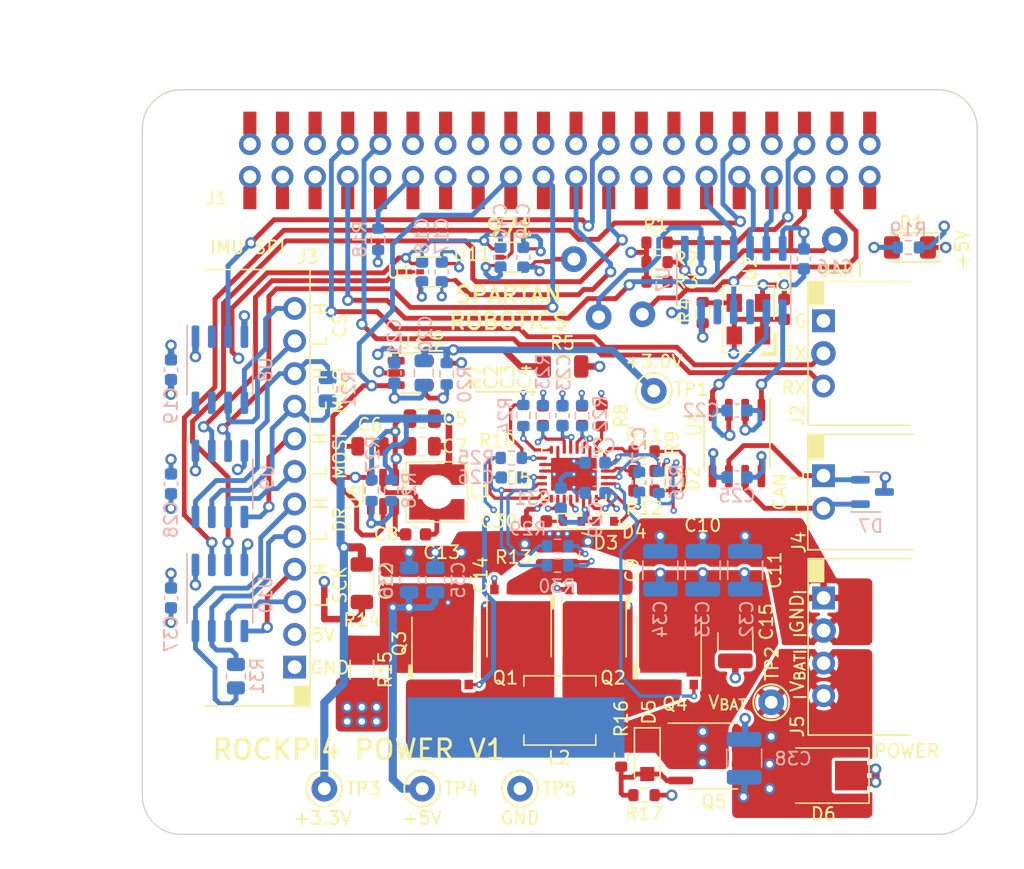
<source format=kicad_pcb>
(kicad_pcb (version 20211014) (generator pcbnew)
  (layers (0 "F.Cu" signal) (1 "In1.Cu" signal) (2 "In2.Cu" signal) (31 "B.Cu" signal) (34 "B.Paste" user) (35 "F.Paste" user) (36 "B.SilkS" user "B.Silkscreen") (37 "F.SilkS" user "F.Silkscreen") (38 "B.Mask" user) (39 "F.Mask" user) (44 "Edge.Cuts" user))
  (net 0 "")
  (net 1 "GND")
  (net 2 "Net-(C2-Pad2)")
  (net 3 "/5V PowerSupply/SS")
  (net 4 "/5V PowerSupply/COMP")
  (net 5 "/5V PowerSupply/V_{IN}")
  (net 6 "/5V PowerSupply/SLOPE")
  (net 7 "Net-(D1-Pad2)")
  (net 8 "Net-(C8-Pad1)")
  (net 9 "/5V PowerSupply/V_{P}")
  (net 10 "/5V PowerSupply/CS")
  (net 11 "/5V PowerSupply/CSG")
  (net 12 "/5V PowerSupply/BIAS")
  (net 13 "/5V PowerSupply/V_{CC}")
  (net 14 "/5V PowerSupply/BOOT_{1}")
  (net 15 "/5V PowerSupply/SW1")
  (net 16 "/5V PowerSupply/BOOT_{2}")
  (net 17 "/5V PowerSupply/SW2")
  (net 18 "/5V PowerSupply/V_{OSNS}")
  (net 19 "+3V0")
  (net 20 "Net-(D2-Pad1)")
  (net 21 "/3V-3.3V-PS/SW")
  (net 22 "/5V PowerSupply/HDRV1")
  (net 23 "/5V PowerSupply/R_{CSP}")
  (net 24 "/5V PowerSupply/LDRV1")
  (net 25 "/5V PowerSupply/HDRV2")
  (net 26 "/5V PowerSupply/LDRV2")
  (net 27 "/5V PowerSupply/EN{slash}UVLO")
  (net 28 "/5V PowerSupply/V_{ISNS}")
  (net 29 "Net-(D5-Pad2)")
  (net 30 "+5V")
  (net 31 "/CAN-FD/CAN_H")
  (net 32 "/CAN-FD/CAN_L")
  (net 33 "Net-(R4-Pad1)")
  (net 34 "Net-(R4-Pad2)")
  (net 35 "Net-(R20-Pad2)")
  (net 36 "Net-(R27-Pad2)")
  (net 37 "Net-(U1-Pad2)")
  (net 38 "/3V-3.3V-PS/3V3_{OUT}")
  (net 39 "Net-(U4-Pad1)")
  (net 40 "/VBAT")
  (net 41 "/SPI1_RXD")
  (net 42 "/DR")
  (net 43 "/DR_L")
  (net 44 "/DR_H")
  (net 47 "/SPI2_CLK")
  (net 48 "/UART2_TXD")
  (net 49 "/UART2_RXD")
  (net 50 "/PWM0")
  (net 52 "/PWM1")
  (net 56 "/SPI1_TXD")
  (net 57 "/MOSI_L")
  (net 59 "/SPI1_CLK")
  (net 60 "/~{SPI1_CS}")
  (net 64 "/SPI2_TXD")
  (net 65 "/SPI2_RXD")
  (net 66 "/MOSI_H")
  (net 67 "/~{SPI2_CS}")
  (net 68 "/3V-3.3V-PS/3V0_{OUT}")
  (net 69 "/~{CAN_INT0}")
  (net 70 "/~{CAN_INT1}")
  (net 73 "/MISO_L")
  (net 74 "/MISO_H")
  (net 75 "/SCK_L")
  (net 76 "/SCK_H")
  (net 77 "/CS_L")
  (net 78 "/CS_H")
  (net 79 "Net-(U4-Pad4)")
  (net 82 "/5V PowerSupply/MODE")
  (net 83 "/5V PowerSupply/RT")
  (net 84 "/5V PowerSupply/PGOOD")
  (net 85 "/5V PowerSupply/FB")
  (net 87 "/3V3_PI")
  (net 88 "+3V3")
  (net 90 "/~{CAN_INT}")
  (net 93 "Net-(TP9-Pad1)")
  (footprint "Capacitor_SMD:C_1210_3225Metric" (layer "F.Cu") (at 103.632 106.426 -90)
    (fp_text reference "C10")
    (fp_text value "22uF-25V-10%-1210")
  )
  (footprint "Resistor_SMD:R_0603_1608Metric" (layer "F.Cu") (at 99.06 97.168 180)
    (fp_text reference "R9")
    (fp_text value "2.00k-1%-0603")
  )
  (footprint "TestPoint:TestPoint_Keystone_5000-5004_Miniature" (layer "F.Cu") (at 95.5294 86.6902)
    (fp_text reference "TP7" hide)
    (fp_text value "+3.3V" hide)
  )
  (footprint "Package_TO_SOT_SMD:SOT-23-5" (layer "F.Cu") (at 80.899 91.059)
    (fp_text reference "U3")
    (fp_text value "MIC5233-3.0YM5-TR")
  )
  (footprint "Capacitor_SMD:C_0603_1608Metric" (layer "F.Cu") (at 90.678 102.616 180)
    (fp_text reference "C30")
    (fp_text value "0.1uF-10%-50V-0603")
  )
  (footprint "Capacitor_SMD:C_0805_2012Metric" (layer "F.Cu") (at 84.836 107.188 90)
    (fp_text reference "C14")
    (fp_text value "22uF-10V-10%-0805")
  )
  (footprint "PI-Power-Board:WE-TPC-744031002" (layer "F.Cu") (at 82.931 102.38 180)
    (fp_text reference "L1")
    (fp_text value "2.5uH-1.45A")
  )
  (footprint "PI-Power-Board:ECS-5032MV" (layer "F.Cu") (at 107.188 86.868 90)
    (fp_text reference "U2")
    (fp_text value "40MHz")
  )
  (footprint "PI-Power-Board:TI-SON5x6" (layer "F.Cu") (at 101.0158 112.583 -90)
    (fp_text reference "Q4")
    (fp_text value "CSD17577Q5A")
  )
  (footprint "Package_TO_SOT_SMD:SOT-353_SC-70-5" (layer "F.Cu") (at 82.55 83.185)
    (fp_text reference "U1")
    (fp_text value "NLSV1T34DFT2G")
  )
  (footprint "PI-Power-Board:70555-0003" (layer "F.Cu") (at 113.0435 111.125)
    (fp_text reference "J5")
    (fp_text value "POWER")
  )
  (footprint "Resistor_SMD:R_1206_3216Metric" (layer "F.Cu") (at 77.089 107.442 -90)
    (fp_text reference "R14")
    (fp_text value "0R-1206")
  )
  (footprint "PI-Power-Board:TI-SON5x6" (layer "F.Cu") (at 95.1738 110.678 90)
    (fp_text reference "Q2")
    (fp_text value "CSD17577Q5A")
  )
  (footprint "Resistor_SMD:R_0603_1608Metric" (layer "F.Cu") (at 103.632 86.36 -90)
    (fp_text reference "R4")
    (fp_text value "49.9R-1%-0603")
  )
  (footprint "Capacitor_SMD:C_0805_2012Metric" (layer "F.Cu") (at 77.724 96.774)
    (fp_text reference "C6")
    (fp_text value "22uF-10V-10%-0805")
  )
  (footprint "Package_TO_SOT_SMD:SOT-353_SC-70-5" (layer "F.Cu") (at 88.766 82.037)
    (fp_text reference "U11")
    (fp_text value "NLSV1T34DFT2G")
  )
  (footprint "Resistor_SMD:R_0603_1608Metric" (layer "F.Cu") (at 89.662 94.374 -90)
    (fp_text reference "R7")
    (fp_text value "105k-1%-0603")
  )
  (footprint "Diode_SMD:D_SOD-123F" (layer "F.Cu") (at 99.314 120.904 -90)
    (fp_text reference "D5")
    (fp_text value "15V")
  )
  (footprint "Diode_SMD:D_SOD-523" (layer "F.Cu") (at 96.012 102.616 180)
    (fp_text reference "D4")
    (fp_text value "NSR05T40XV2T5G")
  )
  (footprint "Capacitor_SMD:C_1210_3225Metric" (layer "F.Cu") (at 106.934 106.426 -90)
    (fp_text reference "C11")
    (fp_text value "22uF-25V-10%-1210")
  )
  (footprint "Resistor_SMD:R_0603_1608Metric" (layer "F.Cu") (at 99.06 123.952 180)
    (fp_text reference "R17")
    (fp_text value "1.0k-1%-0603")
  )
  (footprint "Capacitor_SMD:C_0805_2012Metric" (layer "F.Cu") (at 81.788 96.774 180)
    (fp_text reference "C7")
    (fp_text value "22uF-10V-10%-0805")
  )
  (footprint "Diode_SMD:D_SOD-523" (layer "F.Cu") (at 93.472 102.616)
    (fp_text reference "D3")
    (fp_text value "NSR05T40XV2T5G")
  )
  (footprint "Resistor_SMD:R_0603_1608Metric" (layer "F.Cu") (at 88.7222 97.676 180)
    (fp_text reference "R10")
    (fp_text value "10K0-1%-0603")
  )
  (footprint "TestPoint:TestPoint_Keystone_5000-5004_Miniature" (layer "F.Cu") (at 108.966 116.713)
    (fp_text reference "TP2")
    (fp_text value "V_{BAT}")
  )
  (footprint "MountingHole:MountingHole_2.5mm" (layer "F.Cu") (at 63.5 74.5)
    (fp_text reference "H2")
    (fp_text value "MTG Hole 2.5mm")
  )
  (footprint "Package_SO:SOIC-8_3.9x4.9mm_P1.27mm" (layer "F.Cu") (at 104.394 120.904)
    (fp_text reference "Q5")
    (fp_text value "SI4483ADY-T1-GE3")
  )
  (footprint "PI-PowerBoard:PASTE-HOLE-2.5mm" (layer "F.Cu") (at 121.5 74.5)
    (fp_text reference "H5" hide)
    (fp_text value "Paste Hole 2.5mm")
  )
  (footprint "Resistor_SMD:R_0603_1608Metric" (layer "F.Cu") (at 100.076 80.899)
    (fp_text reference "R1")
    (fp_text value "2.00k-1%-0603")
  )
  (footprint "Diode_SMD:D_SMB" (layer "F.Cu") (at 113.03 122.428 180)
    (fp_text reference "D6")
    (fp_text value "15V")
  )
  (footprint "PI-Power-Board:70555-0011" (layer "F.Cu") (at 71.857 100 180)
    (fp_text reference "J3")
    (fp_text value "IMU SPI")
  )
  (footprint "PI-Power-Board:70555-0001" (layer "F.Cu") (at 113.03 100.33)
    (fp_text reference "J4")
    (fp_text value "CAN")
  )
  (footprint "TestPoint:TestPoint_Keystone_5000-5004_Miniature" (layer "F.Cu") (at 93.599 82.1944)
    (fp_text reference "TP9" hide)
    (fp_text value "+3.3V" hide)
  )
  (footprint "PI-PowerBoard:PASTE-SLOT-5x2.5mm" (layer "F.Cu") (at 63.5 123.5)
    (fp_text reference "H3")
    (fp_text value "Paste Slot 5x2.5mm")
  )
  (footprint "Resistor_SMD:R_0603_1608Metric" (layer "F.Cu") (at 83.693 91.12 90)
    (fp_text reference "R6")
    (fp_text value "DNI-0603")
  )
  (footprint "Diode_SMD:D_SOD-523" (layer "F.Cu") (at 101.3206 99.5172 -90)
    (fp_text reference "D2")
    (fp_text value "NSR05T40XV2T5G")
  )
  (footprint "Capacitor_SMD:C_0603_1608Metric" (layer "F.Cu") (at 81.28 103.632)
    (fp_text reference "C8")
    (fp_text value "0.1uF-10%-50V-0603")
  )
  (footprint "Resistor_SMD:R_0603_1608Metric" (layer "F.Cu") (at 97.282 120.904 90)
    (fp_text reference "R16")
    (fp_text value "20.0k-1%-0603")
  )
  (footprint "Resistor_SMD:R_0603_1608Metric" (layer "F.Cu") (at 100.076 82.423)
    (fp_text reference "R2")
    (fp_text value "2.00k-1%-0603")
  )
  (footprint "MountingHole:MountingHole_2.5mm" (layer "F.Cu") (at 121.5 123.5)
    (fp_text reference "H8")
    (fp_text value "MTG Hole 2.5mm")
  )
  (footprint "Resistor_SMD:R_0603_1608Metric" (layer "F.Cu") (at 99.06 98.692)
    (fp_text reference "R11")
    (fp_text value "105k-1%-0603")
  )
  (footprint "TestPoint:TestPoint_Keystone_5000-5004_Miniature" (layer "F.Cu") (at 74.168 123.444)
    (fp_text reference "TP3")
    (fp_text value "+3.3V")
  )
  (footprint "Capacitor_SMD:C_1210_3225Metric" (layer "F.Cu") (at 100.33 106.426 -90)
    (fp_text reference "C9")
    (fp_text value "22uF-25V-10%-1210")
  )
  (footprint "Capacitor_SMD:C_0805_2012Metric" (layer "F.Cu") (at 80.772 107.188 90)
    (fp_text reference "C12")
    (fp_text value "22uF-10V-10%-0805")
  )
  (footprint "PI-Power-Board:M20-782045" (layer "F.Cu") (at 68.37 74.5)
    (fp_text reference "J1")
    (fp_text value "PI Header")
  )
  (footprint "TestPoint:TestPoint_Keystone_5000-5004_Miniature" (layer "F.Cu") (at 98.933 86.487)
    (fp_text reference "TP6" hide)
    (fp_text value "+3.3V" hide)
  )
  (footprint "Resistor_SMD:R_0603_1608Metric" (layer "F.Cu") (at 100.076 83.947)
    (fp_text reference "R3")
    (fp_text value "2.00k-1%-0603")
  )
  (footprint "Capacitor_SMD:C_0805_2012Metric" (layer "F.Cu") (at 81.788 94.615 180)
    (fp_text reference "C5")
    (fp_text value "22uF-10V-10%-0805")
  )
  (footprint "Capacitor_SMD:C_0603_1608Metric" (layer "F.Cu") (at 92.71 94.387 90)
    (fp_text reference "C3")
    (fp_text value "330pF-5%-50V-0603")
  )
  (footprint "TestPoint:TestPoint_Keystone_5000-5004_Miniature" (layer "F.Cu") (at 81.788 123.444)
    (fp_text reference "TP4")
    (fp_text value "+5V")
  )
  (footprint "PI-Power-Board:TI-SON5x6" (layer "F.Cu") (at 83.4898 112.583 -90)
    (fp_text reference "Q3")
    (fp_text value "CSD17577Q5A")
  )
  (footprint "PI-Power-Board:TI-SON5x6" (layer "F.Cu") (at 89.3318 110.678 90)
    (fp_text reference "Q1")
    (fp_text value "CSD17577Q5A")
  )
  (footprint "Capacitor_SMD:C_0603_1608Metric" (layer "F.Cu") (at 91.186 94.387 90)
    (fp_text reference "C2")
    (fp_text value "0.015uF-10%-50V-0603")
  )
  (footprint "TestPoint:TestPoint_Keystone_5000-5004_Miniature" (layer "F.Cu") (at 89.408 123.444)
    (fp_text reference "TP5")
    (fp_text value "GND")
  )
  (footprint "Resistor_SMD:R_1206_3216Metric" (layer "F.Cu") (at 92.71 90.551)
    (fp_text reference "R5")
    (fp_text value "0R-1206")
  )
  (footprint "Capacitor_SMD:C_1210_3225Metric" (layer "F.Cu") (at 106.172 112.014 90)
    (fp_text reference "C15")
    (fp_text value "22uF-25V-10%-1210")
  )
  (footprint "Package_TO_SOT_SMD:TSOT-23-6" (layer "F.Cu") (at 78.74 100.33 -90)
    (fp_text reference "U6")
    (fp_text value "AP62200WU-7")
  )
  (footprint "Capacitor_SMD:C_0603_1608Metric" (layer "F.Cu") (at 109.982 86.106 90)
    (fp_text reference "C1")
    (fp_text value "0.1uF-10%-50V-0603")
  )
  (footprint "Resistor_SMD:R_0612_1632Metric" (layer "F.Cu") (at 92.329 105.296 90)
    (fp_text reference "R13")
    (fp_text value "15m-1%-0612")
  )
  (footprint "Package_SO:SO-8_3.9x4.9mm_P1.27mm" (layer "F.Cu") (at 106.299 96.52 -90)
    (fp_text reference "U4")
    (fp_text value "MCP2542FD-E/SN")
  )
  (footprint "PI-PowerBoard:PASTE-SLOT-5x2.5mm" (layer "F.Cu") (at 63.5 74.5 -40.2)
    (fp_text reference "H1")
    (fp_text value "Paste Slot 5x2.5mm")
  )
  (footprint "PI-PowerBoard:PASTE-HOLE-2.5mm" (layer "F.Cu") (at 121.5 123.5)
    (fp_text reference "H7" hide)
    (fp_text value "Paste Hole 2.5mm")
  )
  (footprint "Resistor_SMD:R_0603_1608Metric" (layer "F.Cu") (at 95.758 94.387 90)
    (fp_text reference "R8")
    (fp_text value "93.1k-1%-0603")
  )
  (footprint "TestPoint:TestPoint_Keystone_5000-5004_Miniature" (layer "F.Cu") (at 113.919 80.645)
    (fp_text reference "TP8" hide)
    (fp_text value "+3.3V" hide)
  )
  (footprint "TestPoint:TestPoint_Keystone_5000-5004_Miniature" (layer "F.Cu") (at 99.822 92.456)
    (fp_text reference "TP1")
    (fp_text value "+3.0V")
  )
  (footprint "PI-Power-Board:QFN-28-1EP_4x5mm_P0.5mm_EP2.55x3.55mm_ThermalVias" (layer "F.Cu") (at 93.599 98.946 -90)
    (fp_text reference "U5")
    (fp_text value "LM5176RHF")
  )
  (footprint "MountingHole:MountingHole_2.5mm" (layer "F.Cu") (at 121.5 74.5)
    (fp_text reference "H4")
    (fp_text value "MTG Hole 2.5mm")
  )
  (footprint "Capacitor_SMD:C_0603_1608Metric" (layer "F.Cu") (at 94.234 94.387 90)
    (fp_text reference "C4")
    (fp_text value "47pF-5%-50V-0603")
  )
  (footprint "PI-Power-Board:70555-0002" (layer "F.Cu") (at 113.03 89.535)
    (fp_text reference "J2")
    (fp_text value "UART")
  )
  (footprint "MountingHole:MountingHole_2.5mm" (layer "F.Cu") (at 63.5 123.5)
    (fp_text reference "H6")
    (fp_text value "MTG Hole 2.5mm")
  )
  (footprint "Resistor_SMD:R_1206_3216Metric" (layer "F.Cu") (at 77.089 114.173 -90)
    (fp_text reference "R15")
    (fp_text value "0R-1206")
  )
  (footprint "Capacitor_SMD:C_0805_2012Metric" (layer "F.Cu") (at 82.804 107.188 90)
    (fp_text reference "C13")
    (fp_text value "22uF-10V-10%-0805")
  )
  (footprint "Resistor_SMD:R_0603_1608Metric" (layer "F.Cu") (at 99.06 100.216 180)
    (fp_text reference "R12")
    (fp_text value "249k-1%-0603")
  )
  (footprint "PI-Power-Board:IHLP2020CZER" (layer "F.Cu") (at 92.5068 117.348 180)
    (fp_text reference "L2")
    (fp_text value "1.0 uH-13.7m-20%")
  )
  (footprint "LED_SMD:LED_1206_3216Metric" (layer "F.Cu") (at 119.764 81.28 180)
    (fp_text reference "D1")
    (fp_text value "+5V")
  )
  (footprint "Package_SO:SO-8_3.9x4.9mm_P1.27mm" (layer "B.Cu") (at 66.04 99.695 -90)
    (fp_text reference "U9")
    (fp_text value "ADM3490ARZ")
  )
  (footprint "Capacitor_SMD:C_1210_3225Metric" (layer "B.Cu") (at 106.934 106.426 -90)
    (fp_text reference "C32")
    (fp_text value "22uF-25V-10%-1210")
  )
  (footprint "Capacitor_SMD:C_0603_1608Metric" (layer "B.Cu") (at 92.71 94.387 90)
    (fp_text reference "C23")
    (fp_text value "0.015uF-10%-50V-0603")
  )
  (footprint "Capacitor_SMD:C_1210_3225Metric" (layer "B.Cu") (at 106.8578 121.0818 -90)
    (fp_text reference "C38")
    (fp_text value "22uF-25V-10%-1210")
  )
  (footprint "Package_TO_SOT_SMD:SOT-23" (layer "B.Cu") (at 116.84 100.33)
    (fp_text reference "D7")
    (fp_text value "PESD1CAN")
  )
  (footprint "Capacitor_SMD:C_0603_1608Metric" (layer "B.Cu") (at 92.583 100.8126 90)
    (fp_text reference "C31")
    (fp_text value "1.0uF-10%-10V-0603")
  )
  (footprint "Capacitor_SMD:C_1210_3225Metric" (layer "B.Cu") (at 103.632 106.426 -90)
    (fp_text reference "C33")
    (fp_text value "22uF-25V-10%-1210")
  )
  (footprint "Resistor_SMD:R_0603_1608Metric" (layer "B.Cu") (at 78.359 80.645 -90)
    (fp_text reference "R18")
    (fp_text value "499R-1%-0603")
  )
  (footprint "Resistor_SMD:R_0603_1608Metric" (layer "B.Cu") (at 94.234 94.374 90)
    (fp_text reference "R22")
    (fp_text value "15.8k-1%-0603")
  )
  (footprint "Capacitor_SMD:C_0805_2012Metric" (layer "B.Cu") (at 81.915 91.059 -90)
    (fp_text reference "C20")
    (fp_text value "22uF-10V-10%-0805")
  )
  (footprint "Capacitor_SMD:C_0603_1608Metric" (layer "B.Cu") (at 83.312 83.185 -90)
    (fp_text reference "C17")
    (fp_text value "0.1uF-10%-50V-0603")
  )
  (footprint "Capacitor_SMD:C_0603_1608Metric" (layer "B.Cu") (at 88.7222 99.2)
    (fp_text reference "C26")
    (fp_text value "47pF-5%-50V-0603")
  )
  (footprint "Capacitor_SMD:C_0603_1608Metric" (layer "B.Cu") (at 87.884 82.042 -90)
    (fp_text reference "C40")
    (fp_text value "0.1uF-10%-50V-0603")
  )
  (footprint "Package_SO:SO-8_3.9x4.9mm_P1.27mm" (layer "B.Cu") (at 66.04 90.805 -90)
    (fp_text reference "U8")
    (fp_text value "ADM3490ARZ")
  )
  (footprint "Capacitor_SMD:C_0603_1608Metric" (layer "B.Cu") (at 89.662 82.042 -90)
    (fp_text reference "C39")
    (fp_text value "0.1uF-10%-50V-0603")
  )
  (footprint "Capacitor_SMD:C_0805_2012Metric" (layer "B.Cu") (at 82.804 107.188 90)
    (fp_text reference "C35")
    (fp_text value "22uF-10V-10%-0805")
  )
  (footprint "Capacitor_SMD:C_0603_1608Metric" (layer "B.Cu") (at 95.25 98.057 180)
    (fp_text reference "C24")
    (fp_text value "0.1uF-10%-50V-0603")
  )
  (footprint "Capacitor_SMD:C_0603_1608Metric" (layer "B.Cu") (at 106.299 93.98)
    (fp_text reference "C22")
    (fp_text value "0.1uF-10%-50V-0603")
  )
  (footprint "Resistor_SMD:R_0603_1608Metric" (layer "B.Cu") (at 119.637 81.28)
    (fp_text reference "R19")
    (fp_text value "1.0k-1%-0603")
  )
  (footprint "Capacitor_SMD:C_0603_1608Metric" (layer "B.Cu") (at 98.679 99.581 90)
    (fp_text reference "C27")
    (fp_text value "0.1uF-10%-50V-0603")
  )
  (footprint "Capacitor_SMD:C_0603_1608Metric" (layer "B.Cu") (at 95.25 100.4062 180)
    (fp_text reference "C29")
    (fp_text value "0.1uF-10%-50V-0603")
  )
  (footprint "Resistor_SMD:R_0603_1608Metric" (layer "B.Cu") (at 89.662 94.374 90)
    (fp_text reference "R24")
    (fp_text value "20.0k-1%-0603")
  )
  (footprint "Capacitor_SMD:C_0603_1608Metric" (layer "B.Cu") (at 62.23 99.695 -90)
    (fp_text reference "C28")
    (fp_text value "0.1uF-10%-50V-0603")
  )
  (footprint "Capacitor_SMD:C_0603_1608Metric" (layer "B.Cu") (at 111.506 82.169 -90)
    (fp_text reference "C16")
    (fp_text value "0.1uF-10%-50V-0603")
  )
  (footprint "Capacitor_SMD:C_0603_1608Metric" (layer "B.Cu") (at 62.23 108.585 -90)
    (fp_text reference "C37")
    (fp_text value "0.1uF-10%-50V-0603")
  )
  (footprint "Resistor_SMD:R_0603_1608Metric" (layer "B.Cu") (at 77.851 100.203 90)
    (fp_text reference "R28")
    (fp_text value "10.0k-1%-0603")
  )
  (footprint "Capacitor_SMD:C_0603_1608Metric" (layer "B.Cu") (at 79.629 91.059 -90)
    (fp_text reference "C21")
    (fp_text value "0.1uF-10%-50V-0603")
  )
  (footprint "Capacitor_SMD:C_0805_2012Metric" (layer "B.Cu") (at 80.772 107.188 90)
    (fp_text reference "C36")
    (fp_text value "22uF-10V-10%-0805")
  )
  (footprint "Resistor_SMD:R_0603_1608Metric" (layer "B.Cu") (at 88.7222 97.676)
    (fp_text reference "R25")
    (fp_text value "0R-0603")
  )
  (footprint "Resistor_SMD:R_0603_1608Metric" (layer "B.Cu") (at 100.203 99.581 90)
    (fp_text reference "R26")
    (fp_text value "10R0-1%-0603")
  )
  (footprint "Resistor_SMD:R_0603_1608Metric" (layer "B.Cu") (at 79.375 100.203 -90)
    (fp_text reference "R27")
    (fp_text value "31.6k-1%-0603")
  )
  (footprint "Capacitor_SMD:C_0603_1608Metric" (layer "B.Cu") (at 81.788 83.185 -90)
    (fp_text reference "C18")
    (fp_text value "0.1uF-10%-50V-0603")
  )
  (footprint "Resistor_SMD:R_0603_1608Metric" (layer "B.Cu") (at 92.329 106.058)
    (fp_text reference "R30")
    (fp_text value "100R-1%-0603")
  )
  (footprint "Resistor_SMD:R_0805_2012Metric" (layer "B.Cu") (at 67.2865 114.681 90)
    (fp_text reference "R31")
    (fp_text value "120R-1%-0805")
  )
  (footprint "Resistor_SMD:R_0603_1608Metric" (layer "B.Cu") (at 92.329 104.534)
    (fp_text reference "R29")
    (fp_text value "100R-1%-0603")
  )
  (footprint "Resistor_SMD:R_0603_1608Metric" (layer "B.Cu") (at 83.693 91.12 -90)
    (fp_text reference "R20")
    (fp_text value "DNI-0603")
  )
  (footprint "Package_SO:SO-8_3.9x4.9mm_P1.27mm" (layer "B.Cu") (at 66.04 108.585 -90)
    (fp_text reference "U10")
    (fp_text value "ADM3490ARZ")
  )
  (footprint "Capacitor_SMD:C_1210_3225Metric" (layer "B.Cu") (at 100.33 106.426 -90)
    (fp_text reference "C34")
    (fp_text value "22uF-25V-10%-1210")
  )
  (footprint "Capacitor_SMD:C_0603_1608Metric" (layer "B.Cu") (at 106.299 99.187)
    (fp_text reference "C25")
    (fp_text value "0.1uF-10%-50V-0603")
  )
  (footprint "Resistor_SMD:R_0603_1608Metric" (layer "B.Cu") (at 91.186 94.387 -90)
    (fp_text reference "R23")
    (fp_text value "2.00k-1%-0603")
  )
  (footprint "Package_SO:SOIC-14_3.9x8.7mm_P1.27mm" (layer "B.Cu") (at 106.045 83.82 90)
    (fp_text reference "U7")
    (fp_text value "MCP2517FDT-H/SL")
  )
  (footprint "Resistor_SMD:R_0805_2012Metric" (layer "B.Cu") (at 74.422 92.329 -90)
    (fp_text reference "R21")
    (fp_text value "120R-1%-0805")
  )
  (footprint "Capacitor_SMD:C_0603_1608Metric" (layer "B.Cu") (at 62.23 90.805 -90)
    (fp_text reference "C19")
    (fp_text value "0.1uF-10%-50V-0603")
  )
  (gr_rect (start 97.536 116.332) (end 80.645 121.031) (layer "B.Cu") (width 0) (fill solid))
  (gr_line (start 94.234 103.5304) (end 95.0722 103.759) (layer "F.SilkS") (width 0.15))
  (gr_line (start 90.5764 92.5322) (end 90.3224 92.7862) (layer "F.SilkS") (width 0.15))
  (gr_line (start 111.6584 112.776) (end 110.744 112.776) (layer "F.SilkS") (width 0.15))
  (gr_line (start 111.6584 111.4806) (end 110.7313 111.4806) (layer "F.SilkS") (width 0.15))
  (gr_line (start 111.6584 116.3066) (end 110.7313 116.3066) (layer "F.SilkS") (width 0.15))
  (gr_line (start 100.6094 97.6122) (end 100.2284 97.9678) (layer "F.SilkS") (width 0.15))
  (gr_line (start 85.9536 92.5322) (end 90.5764 92.5322) (layer "F.SilkS") (width 0.15))
  (gr_line (start 90.5764 92.5322) (end 90.3478 92.3036) (layer "F.SilkS") (width 0.15))
  (gr_line (start 111.6584 108.1278) (end 110.7313 108.1278) (layer "F.SilkS") (width 0.15))
  (gr_line (start 60 72) (end 60 124) (layer "Edge.Cuts") (width 0.1))
  (gr_arc locked (start 122 69) (mid 124.12132 69.87868) (end 125 72) (layer "Edge.Cuts") (width 0.1))
  (gr_line locked (start 63 127) (end 122 127) (layer "Edge.Cuts") (width 0.1))
  (gr_arc locked (start 63 127) (mid 60.87868 126.12132) (end 60 124) (layer "Edge.Cuts") (width 0.1))
  (gr_arc locked (start 125 124) (mid 124.12132 126.12132) (end 122 127) (layer "Edge.Cuts") (width 0.1))
  (gr_arc locked (start 60 72) (mid 60.87868 69.87868) (end 63 69) (layer "Edge.Cuts") (width 0.1))
  (gr_line (start 125 124) (end 125 72) (layer "Edge.Cuts") (width 0.1))
  (gr_line locked (start 122 69) (end 63 69) (layer "Edge.Cuts") (width 0.1))
  (gr_text "TX" (at 110.871 89.535) (layer "F.SilkS") (effects (font (size 1 1))))
  (gr_text "MISO" (at 75.3872 92.456 90) (layer "F.SilkS") (effects (font (size 1 1))))
  (gr_text "H" (at 110.998 101.6 90) (layer "F.SilkS") (effects (font (size 1 1))))
  (gr_text "5V" (at 74.0918 111.4806) (layer "F.SilkS") (effects (font (size 1 1))))
  (gr_text "L" (at 110.998 99.06 90) (layer "F.SilkS") (effects (font (size 1 1))))
  (gr_text "H" (at 73.8632 96.1644 90) (layer "F.SilkS") (effects (font (size 1 1))))
  (gr_text "971" (at 88.5952 79.7306) (layer "F.SilkS") (effects (font (size 1.27 1.27) (thickness 0.2286))))
  (gr_text "L" (at 73.8632 103.8098 90) (layer "F.SilkS") (effects (font (size 1 1))))
  (gr_text "G" (at 111.252 86.995) (layer "F.SilkS") (effects (font (size 1 1))))
  (gr_text "H" (at 73.8632 91.1098 90) (layer "F.SilkS") (effects (font (size 1 1))))
  (gr_text "L" (at 73.8378 93.6498 90) (layer "F.SilkS") (effects (font (size 1 1))))
  (gr_text "DR" (at 75.3872 102.489 90) (layer "F.SilkS") (effects (font (size 1 1))))
  (gr_text "GND" (at 74.5998 114.0206) (layer "F.SilkS") (effects (font (size 1 1))))
  (gr_text "H" (at 73.914 86.0552 90) (layer "F.SilkS") (effects (font (size 1 1))))
  (gr_text "SCK" (at 75.3872 107.569 90) (layer "F.SilkS") (effects (font (size 1 1))))
  (gr_text "MOSI" (at 75.3872 97.536 90) (layer "F.SilkS") (effects (font (size 1 1))))
  (gr_text "L" (at 73.8632 88.6206 90) (layer "F.SilkS") (effects (font (size 1 1))))
  (gr_text "L" (at 73.8632 98.7806 90) (layer "F.SilkS") (effects (font (size 1 1))))
  (gr_text "H" (at 73.8886 106.3498 90) (layer "F.SilkS") (effects (font (size 1 1))))
  (gr_text "H" (at 73.8632 101.219 90) (layer "F.SilkS") (effects (font (size 1 1))))
  (gr_text "ROCKPI4 POWER V1" (at 76.835 120.396) (layer "F.SilkS") (effects (font (size 1.524 1.524) (thickness 0.2286))))
  (gr_text "CS" (at 75.3872 87.376 90) (layer "F.SilkS") (effects (font (size 1 1))))
  (gr_text "RX" (at 110.744 92.202) (layer "F.SilkS") (effects (font (size 1 1))))
  (gr_text "L" (at 73.914 108.966 90) (layer "F.SilkS") (effects (font (size 1 1))))
  (gr_text "V_{BAT}" (at 110.998 114.427 90) (layer "F.SilkS") (effects (font (size 1 1))))
  (gr_text "GND" (at 110.9726 109.8042 90) (layer "F.SilkS") (effects (font (size 1 1))))
  (gr_text "SPARTAN\nROBOTICS" (at 88.519 86.0044) (layer "F.SilkS") (effects (font (size 1.27 1.27) (thickness 0.2286))))
  (segment (start 86.858 82.687) (end 86.741 82.804) (width 0.254) (layer "F.Cu") (net 1))
  (segment (start 92.71 93.612) (end 92.71 92.6592) (width 0.254) (layer "F.Cu") (net 1))
  (segment (start 115.688 122.936) (end 115.18 122.428) (width 0.635) (layer "F.Cu") (net 1))
  (segment (start 93.6494 104.546) (end 92.329 104.546) (width 0.254) (layer "F.Cu") (net 1))
  (segment (start 92.349 98.671) (end 92.074 98.946) (width 0.254) (layer "F.Cu") (net 1))
  (segment (start 115.688 121.92) (end 115.18 122.428) (width 0.635) (layer "F.Cu") (net 1))
  (segment (start 93.849 100.221) (end 93.599 99.971) (width 0.254) (layer "F.Cu") (net 1))
  (segment (start 79.69 96.8908) (end 79.689999 96.890801) (width 0.381) (layer "F.Cu") (net 1))
  (segment (start 78.674 96.774) (end 79.5732 96.774) (width 0.381) (layer "F.Cu") (net 1))
  (segment (start 109.982 85.331) (end 109.982 84.201) (width 0.381) (layer "F.Cu") (net 1))
  (segment (start 79.69 96.8908) (end 79.690001 95.615801) (width 0.381) (layer "F.Cu") (net 1))
  (segment (start 94.2086 93.5866) (end 94.234 93.612) (width 0.254) (layer "F.Cu") (net 1))
  (segment (start 81.6102 84.963) (end 81.6102 83.8452) (width 0.254) (layer "F.Cu") (net 1))
  (segment (start 94.487443 105.154049) (end 94.054249 105.154049) (width 0.254) (layer "F.Cu") (net 1))
  (segment (start 117.094 122.936) (end 115.688 122.936) (width 0.635) (layer "F.Cu") (net 1))
  (segment (start 95.758 92.6592) (end 95.7326 92.6338) (width 0.254) (layer "F.Cu") (net 1))
  (segment (start 100.3424 98.692) (end 99.885 98.692) (width 0.254) (layer "F.Cu") (net 1))
  (segment (start 94.2086 92.6338) (end 94.2086 93.5866) (width 0.254) (layer "F.Cu") (net 1))
  (segment (start 106.934 93.945) (end 106.934 95.504) (width 0.381) (layer "F.Cu") (net 1))
  (segment (start 108.204 99.095) (end 108.204 97.536) (width 0.381) (layer "F.Cu") (net 1))
  (segment (start 121.164 81.28) (end 122.558 81.28) (width 0.381) (layer "F.Cu") (net 1))
  (segment (start 91.824 98.696) (end 92.074 98.946) (width 0.254) (layer "F.Cu") (net 1))
  (segment (start 92.329 104.546) (end 92.481 104.394) (width 0.254) (layer "F.Cu") (net 1))
  (segment (start 79.690001 95.036599) (end 79.690001 95.615801) (width 0.381) (layer "F.Cu") (net 1))
  (segment (start 83.693 90.295) (end 84.8172 90.295) (width 0.381) (layer "F.Cu") (net 1))
  (segment (start 95.758 93.562) (end 95.758 92.6592) (width 0.254) (layer "F.Cu") (net 1))
  (segment (start 80.838 94.615) (end 80.1116 94.615) (width 0.381) (layer "F.Cu") (net 1))
  (segment (start 106.172 113.489) (end 106.172 114.808) (width 0.508) (layer "F.Cu") (net 1))
  (segment (start 94.054249 105.154049) (end 93.4462 104.546) (width 0.254) (layer "F.Cu") (net 1))
  (segment (start 91.199 98.196) (end 92.849 98.196) (width 0.2413) (layer "F.Cu") (net 1))
  (segment (start 100.84444 97.918665) (end 100.584 98.179105) (width 0.254) (layer "F.Cu") (net 1))
  (segment (start 92.349 97.046) (end 92.349 98.671) (width 0.2413) (layer "F.Cu") (net 1))
  (segment (start 94.849 98.671) (end 95.124 98.946) (width 0.254) (layer "F.Cu") (net 1))
  (segment (start 94.849 97.046) (end 94.849 98.671) (width 0.2413) (layer "F.Cu") (net 1))
  (segment (start 79.8068 96.774) (end 79.689999 96.890801) (width 0.381) (layer "F.Cu") (net 1))
  (segment (start 80.838 96.774) (end 79.8068 96.774) (width 0.381) (layer "F.Cu") (net 1))
  (segment (start 108.288 85.598) (end 108.288 84.244) (width 0.381) (layer "F.Cu") (net 1))
  (segment (start 93.849 100.846) (end 93.849 100.221) (width 0.2413) (layer "F.Cu") (net 1))
  (segment (start 89.943826 104.546) (end 89.779626 104.3818) (width 0.381) (layer "F.Cu") (net 1))
  (segment (start 79.69 96.8908) (end 79.69 97.646392) (width 0.381) (layer "F.Cu") (net 1))
  (segment (start 78.5114 91.059) (end 78.4098 90.9574) (width 0.381) (layer "F.Cu") (net 1))
  (segment (start 80.1116 94.615) (end 79.690001 95.036599) (width 0.381) (layer "F.Cu") (net 1))
  (segment (start 92.849 98.196) (end 93.599 98.946) (width 0.254) (layer "F.Cu") (net 1))
  (segment (start 91.199 98.696) (end 91.824 98.696) (width 0.2413) (layer "F.Cu") (net 1))
  (segment (start 108.288 84.244) (end 108.331 84.201) (width 0.381) (layer "F.Cu") (net 1))
  (segment (start 87.816 82.687) (end 86.858 82.687) (width 0.254) (layer "F.Cu") (net 1))
  (segment (start 79.7615 91.059) (end 78.5114 91.059) (width 0.381) (layer "F.Cu") (net 1))
  (segment (start 93.4462 104.546) (end 92.329 104.546) (width 0.254) (layer "F.Cu") (net 1))
  (segment (start 117.094 121.92) (end 115.688 121.92) (width 0.635) (layer "F.Cu") (net 1))
  (segment (start 81.7626 85.1154) (end 81.6102 84.963) (width 0.254) (layer "F.Cu") (net 1))
  (segment (start 100.584 98.4504) (end 100.3424 98.692) (width 0.254) (layer "F.Cu") (net 1))
  (segment (start 79.69 99.1925) (end 79.69 96.8908) (width 0.381) (layer "F.Cu") (net 1))
  (segment (start 81.6102 83.8452) (end 81.6 83.835) (width 0.254) (layer "F.Cu") (net 1))
  (segment (start 99.885 123.952) (end 101.219 123.952) (width 0.381) (layer "F.Cu") (net 1))
  (segment (start 100.584 98.179105) (end 100.584 98.4504) (width 0.254) (layer "F.Cu") (net 1))
  (segment (start 79.69 97.646392) (end 79.770108 97.7265) (width 0.381) (layer "F.Cu") (net 1))
  (segment (start 117.094 122.936) (end 117.094 121.92) (width 0.635) (layer "F.Cu") (net 1))
  (segment (start 79.5732 96.774) (end 79.69 96.8908) (width 0.381) (layer "F.Cu") (net 1))
  (segment (start 84.8172 90.295) (end 84.8406 90.2716) (width 0.381) (layer "F.Cu") (net 1))
  (segment (start 108.331 84.201) (end 109.982 84.201) (width 0.381) (layer "F.Cu") (net 1))
  (via (at 79.629 93.0148) (size 0.889) (drill 0.508) (layers "F.Cu" "B.Cu") (net 1))
  (via (at 62.23 101.6) (size 0.889) (drill 0.508) (layers "F.Cu" "B.Cu") (net 1))
  (via (at 81.7626 85.1154) (size 0.8) (drill 0.4) (layers "F.Cu" "B.Cu") (net 1))
  (via (at 100.84444 97.918665) (size 0.508) (drill 0.254) (layers "F.Cu" "B.Cu") (net 1))
  (via (at 86.741 82.804) (size 0.8) (drill 0.4) (layers "F.Cu" "B.Cu") (net 1))
  (via (at 62.23 92.71) (size 0.889) (drill 0.508) (layers "F.Cu" "B.Cu") (net 1))
  (via (at 90.805 96.4438) (size 0.508) (drill 0.254) (layers "F.Cu" "B.Cu") (net 1))
  (via (at 78.4098 90.9574) (size 0.889) (drill 0.508) (layers "F.Cu" "B.Cu") (net 1))
  (via (at 94.6912 104.1908) (size 0.889) (drill 0.508) (layers "F.Cu" "B.Cu") (net 1))
  (via (at 92.71 92.6592) (size 0.508) (drill 0.254) (layers "F.Cu" "B.Cu") (net 1))
  (via (at 106.172 114.808) (size 0.889) (drill 0.508) (layers "F.Cu" "B.Cu") (net 1))
  (via (at 80.772 105.029) (size 0.889) (drill 0.508) (layers "F.Cu" "B.Cu") (net 1))
  (via (at 117.094 122.936) (size 0.889) (drill 0.508) (layers "F.Cu" "B.Cu") (net 1))
  (via (at 117.094 121.92) (size 0.889) (drill 0.508) (layers "F.Cu" "B.Cu") (net 1))
  (via (at 89.662 92.6338) (size 0.508) (drill 0.254) (layers "F.Cu" "B.Cu") (net 1))
  (via (at 106.934 103.759) (size 0.889) (drill 0.508) (layers "F.Cu" "B.Cu") (net 1))
  (via (at 90.932 83.1284) (size 0.8) (drill 0.4) (layers "F.Cu" "B.Cu") (net 1))
  (via (at 79.770108 97.7265) (size 0.889) (drill 0.508) (layers "F.Cu" "B.Cu") (net 1))
  (via (at 108.331 84.201) (size 0.889) (drill 0.508) (layers "F.Cu" "B.Cu") (net 1))
  (via (at 67.415103 98.5779) (size 0.889) (drill 0.508) (layers "F.Cu" "B.Cu") (net 1))
  (via (at 68.199 104.394) (size 0.889) (drill 0.508) (layers "F.Cu" "B.Cu") (net 1))
  (via (at 91.706393 103.576903) (size 0.508) (drill 0.254) (layers "F.Cu" "B.Cu") (net 1))
  (via (at 95.7326 92.6338) (size 0.508) (drill 0.254) (layers "F.Cu" "B.Cu") (net 1))
  (via (at 106.934 117.983) (size 0.889) (drill 0.508) (layers "F.Cu" "B.Cu") (net 1))
  (via (at 122.558 81.28) (size 0.889) (drill 0.508) (layers "F.Cu" "B.Cu") (net 1))
  (via (at 92.3798 103.5812) (size 0.508) (drill 0.254) (layers "F.Cu" "B.Cu") (net 1))
  (via (at 108.204 97.536) (size 0.8) (drill 0.4) (layers "F.Cu" "B.Cu") (net 1))
  (via (at 84.836 105.029) (size 0.889) (drill 0.508) (layers "F.Cu" "B.Cu") (net 1))
  (via (at 82.804 105.029) (size 0.889) (drill 0.508) (layers "F.Cu" "B.Cu") (net 1))
  (via (at 83.312 85.09) (size 0.8) (drill 0.4) (layers "F.Cu" "B.Cu") (net 1))
  (via (at 109.982 84.201) (size 0.889) (drill 0.508) (layers "F.Cu" "B.Cu") (net 1))
  (via (at 106.934 95.504) (size 0.889) (drill 0.508) (layers "F.Cu" "B.Cu") (net 1))
  (via (at 84.8406 90.2716) (size 0.889) (drill 0.508) (layers "F.Cu" "B.Cu") (net 1))
  (via (at 103.632 103.759) (size 0.889) (drill 0.508) (layers "F.Cu" "B.Cu") (net 1))
  (via (at 62.23 110.49) (size 0.889) (drill 0.508) (layers "F.Cu" "B.Cu") (net 1))
  (via (at 89.779626 104.3818) (size 0.889) (drill 0.508) (layers "F.Cu" "B.Cu") (net 1))
  (via (at 101.219 86.36) (size 0.889) (drill 0.508) (layers "F.Cu" "B.Cu") (net 1))
  (via (at 94.2086 92.6338) (size 0.508) (drill 0.254) (layers "F.Cu" "B.Cu") (net 1))
  (via (at 67.945 86.614) (size 0.889) (drill 0.508) (layers "F.Cu" "B.Cu") (net 1))
  (via (at 117.856 99.187) (size 0.889) (drill 0.508) (layers "F.Cu" "B.Cu") (net 1))
  (via (at 94.487443 105.154049) (size 0.508) (drill 0.254) (layers "F.Cu" "B.Cu") (net 1))
  (via (at 79.690001 95.615801) (size 0.8) (drill 0.4) (layers "F.Cu" "B.Cu") (net 1))
  (via (at 101.219 123.952) (size 0.889) (drill 0.508) (layers "F.Cu" "B.Cu") (net 1))
  (via (at 93.0656 103.5812) (size 0.508) (drill 0.254) (layers "F.Cu" "B.Cu") (net 1))
  (via (at 100.33 103.759) (size 0.889) (drill 0.508) (layers "F.Cu" "B.Cu") (net 1))
  (segment (start 92.583 99.314) (end 92.951 98.946) (width 0.381) (layer "B.Cu") (net 1))
  (segment (start 93.867394 104.534) (end 93.154 104.534) (width 0.254) (layer "B.Cu") (net 1))
  (segment (start 87.122 83.693) (end 86.741 83.312) (width 0.381) (layer "B.Cu") (net 1))
  (segment (start 87.63 83.693) (end 87.122 83.693) (width 0.381) (layer "B.Cu") (net 1))
  (segment (start 81.915 92.7608) (end 81.915 92.009) (width 0.381) (layer "B.Cu") (net 1))
  (segment (start 108.331 97.663) (end 108.204 97.536) (width 0.381) (layer "B.Cu") (net 1))
  (segment (start 106.934 119.5306) (end 106.934 117.983) (width 0.508) (layer "B.Cu") (net 1))
  (segment (start 101.284 86.295) (end 101.219 86.36) (width 0.381) (layer "B.Cu") (net 1))
  (segment (start 107.074 99.187) (end 107.823 99.187) (width 0.381) (layer "B.Cu") (net 1))
  (segment (start 81.7626 85.1154) (end 81.7626 83.9854) (width 0.254) (layer "B.Cu") (net 1))
  (segment (start 94.487443 105.154049) (end 93.867394 104.534) (width 0.254) (layer "B.Cu") (net 1))
  (segment (start 94.475 98.057) (end 93.735 98.057) (width 0.254) (layer "B.Cu") (net 1))
  (segment (start 67.945 106.01) (end 67.945 104.648) (width 0.381) (layer "B.Cu") (net 1))
  (segment (start 94.234 92.6592) (end 94.2086 92.6338) (width 0.254) (layer "B.Cu") (net 1))
  (segment (start 67.945 88.23) (end 67.945 86.614) (width 0.508) (layer "B.Cu") (net 1))
  (segment (start 106.934 104.951) (end 106.934 103.759) (width 0.508) (layer "B.Cu") (net 1))
  (segment (start 108.077 94.996) (end 108.077 94.107) (width 0.381) (layer "B.Cu") (net 1))
  (segment (start 117.7775 99.2655) (end 117.856 99.187) (width 0.381) (layer "B.Cu") (net 1))
  (segment (start 91.186 95.212) (end 91.186 96.0628) (width 0.254) (layer "B.Cu") (net 1))
  (segment (start 111.506 82.944) (end 111.506 83.566) (width 0.381) (layer "B.Cu") (net 1))
  (segment (start 67.945 104.648) (end 68.199 104.394) (width 0.381) (layer "B.Cu") (net 1))
  (segment (start 94.234 93.549) (end 94.234 92.6592) (width 0.254) (layer "B.Cu") (net 1))
  (segment (start 93.599 100.2538) (end 93.599 99.971) (width 0.254) (layer "B.Cu") (net 1))
  (segment (start 62.23 91.58) (end 62.23 92.71) (width 0.508) (layer "B.Cu") (net 1))
  (segment (start 79.009199 95.615801) (end 79.690001 95.615801) (width 0.381) (layer "B.Cu") (net 1))
  (segment (start 87.884 83.439) (end 87.63 83.693) (width 0.381) (layer "B.Cu") (net 1))
  (segment (start 94.475 100.4062) (end 93.7514 100.4062) (width 0.254) (layer "B.Cu") (net 1))
  (segment (start 111.506 83.566) (end 110.871 84.201) (width 0.381) (layer "B.Cu") (net 1))
  (segment (start 81.7626 83.9854) (end 81.788 83.96) (width 0.254) (layer "B.Cu") (net 1))
  (segment (start 108.077 94.107) (end 107.95 93.98) (width 0.381) (layer "B.Cu") (net 1))
  (segment (start 89.662 93.549) (end 89.662 92.6338) (width 0.254) (layer "B.Cu") (net 1))
  (segment (start 92.583 100.0376) (end 92.583 99.314) (width 0.381) (layer "B.Cu") (net 1))
  (segment (start 86.741 83.312) (end 86.741 82.804) (width 0.381) (layer "B.Cu") (net 1))
  (segment (start 83.312 85.09) (end 83.312 83.96) (width 0.254) (layer "B.Cu") (net 1))
  (segment (start 81.661 93.0148) (end 81.915 92.7608) (width 0.381) (layer "B.Cu") (net 1))
  (segment (start 107.95 93.98) (end 107.074 93.98) (width 0.381) (layer "B.Cu") (net 1))
  (segment (start 102.235 86.295) (end 101.284 86.295) (width 0.381) (layer "B.Cu") (net 1))
  (segment (start 100.33 104.951) (end 100.33 103.759) (width 0.508) (layer "B.Cu") (net 1))
  (segment (start 90.932 83.1284) (end 90.6206 82.817) (width 0.381) (layer "B.Cu") (net 1))
  (segment (start 91.186 96.0628) (end 90.805 96.4438) (width 0.254) (layer "B.Cu") (net 1))
  (segment (start 93.7514 100.4062) (end 93.599 100.2538) (width 0.254) (layer "B.Cu") (net 1))
  (segment (start 67.945 98.298) (end 67.945 97.12) (width 0.381) (layer "B.Cu") (net 1))
  (segment (start 67.415103 98.5779) (end 67.6651 98.5779) (width 0.381) (layer "B.Cu") (net 1))
  (segment (start 106.8578 119.6068) (end 106.934 119.5306) (width 0.508) (layer "B.Cu") (net 1))
  (segment (start 108.331 98.679) (end 108.331 97.663) (width 0.381) (layer "B.Cu") (net 1))
  (segment (start 80.772 106.238) (end 80.772 105.029) (width 0.508) (layer "B.Cu") (net 1))
  (segment (start 107.569 95.504) (end 108.077 94.996) (width 0.381) (layer "B.Cu") (net 1))
  (segment (start 92.951 98.946) (end 93.599 98.946) (width 0.381) (layer "B.Cu") (net 1))
  (segment (start 90.6206 82.817) (end 89.662 82.817) (width 0.381) (layer "B.Cu") (net 1))
  (segment (start 82.804 105.029) (end 82.804 106.238) (width 0.508) (layer "B.Cu") (net 1))
  (segment (start 79.629 93.0148) (end 81.661 93.0148) (width 0.381) (layer "B.Cu") (net 1))
  (segment (start 77.851 99.378) (end 77.851 96.774) (width 0.381) (layer "B.Cu") (net 1))
  (segment (start 117.7775 100.33) (end 117.7775 99.2655) (width 0.381) (layer "B.Cu") (net 1))
  (segment (start 62.23 100.47) (end 62.23 101.6) (width 0.381) (layer "B.Cu") (net 1))
  (segment (start 67.6651 98.5779) (end 67.945 98.298) (width 0.381) (layer "B.Cu") (net 1))
  (segment (start 103.632 103.759) (end 103.632 104.951) (width 0.508) (layer "B.Cu") (net 1))
  (segment (start 106.934 95.504) (end 107.569 95.504) (width 0.381) (layer "B.Cu") (net 1))
  (segment (start 110.871 84.201) (end 109.982 84.201) (width 0.381) (layer "B.Cu") (net 1))
  (segment (start 79.629 91.834) (end 79.629 93.0148) (width 0.381) (layer "B.Cu") (net 1))
  (segment (start 92.71 92.6592) (end 92.71 93.612) (width 0.254) (layer "B.Cu") (net 1))
  (segment (start 62.23 109.36) (end 62.23 110.49) (width 0.381) (layer "B.Cu") (net 1))
  (segment (start 107.823 99.187) (end 108.331 98.679) (width 0.381) (layer "B.Cu") (net 1))
  (segment (start 93.735 98.057) (end 93.599 97.921) (width 0.254) (layer "B.Cu") (net 1))
  (segment (start 77.851 96.774) (end 79.009199 95.615801) (width 0.381) (layer "B.Cu") (net 1))
  (segment (start 87.884 82.817) (end 87.884 83.439) (width 0.381) (layer "B.Cu") (net 1))
  (segment (start 91.186 92.6338) (end 91.2114 92.6084) (width 0.254) (layer "F.Cu") (net 2))
  (segment (start 91.186 93.612) (end 91.186 92.6338) (width 0.254) (layer "F.Cu") (net 2))
  (via (at 91.2114 92.6084) (size 0.508) (drill 0.254) (layers "F.Cu" "B.Cu") (net 2))
  (segment (start 91.2114 93.5366) (end 91.186 93.562) (width 0.254) (layer "B.Cu") (net 2))
  (segment (start 91.2114 92.6084) (end 91.2114 93.5366) (width 0.254) (layer "B.Cu") (net 2))
  (segment (start 93.349 97.046) (end 93.349 96.1096) (width 0.2413) (layer "F.Cu") (net 3))
  (segment (start 93.349 96.1096) (end 93.3958 96.0628) (width 0.254) (layer "F.Cu") (net 3))
  (via (at 93.3958 96.0628) (size 0.508) (drill 0.254) (layers "F.Cu" "B.Cu") (net 3))
  (segment (start 93.3958 96.0628) (end 92.8624 96.0628) (width 0.254) (layer "B.Cu") (net 3))
  (segment (start 92.71 95.9104) (end 92.71 95.162) (width 0.254) (layer "B.Cu") (net 3))
  (segment (start 92.8624 96.0628) (end 92.71 95.9104) (width 0.254) (layer "B.Cu") (net 3))
  (segment (start 91.186 95.9358) (end 91.4654 96.2152) (width 0.254) (layer "F.Cu") (net 4))
  (segment (start 92.849 97.046) (end 92.849 96.3542) (width 0.2413) (layer "F.Cu") (net 4))
  (segment (start 92.71 96.2152) (end 92.71 95.162) (width 0.254) (layer "F.Cu") (net 4))
  (segment (start 91.4654 96.2152) (end 92.71 96.2152) (width 0.254) (layer "F.Cu") (net 4))
  (segment (start 91.186 95.162) (end 91.186 95.9358) (width 0.254) (layer "F.Cu") (net 4))
  (segment (start 92.849 96.3542) (end 92.71 96.2152) (width 0.254) (layer "F.Cu") (net 4))
  (segment (start 97.0534 97.663) (end 97.0534 97.6122) (width 0.254) (layer "F.Cu") (net 5))
  (segment (start 96.8248 97.8916) (end 97.0534 97.663) (width 0.254) (layer "F.Cu") (net 5))
  (segment (start 96.5204 98.196) (end 96.8248 97.8916) (width 0.254) (layer "F.Cu") (net 5))
  (segment (start 95.999 98.196) (end 96.5204 98.196) (width 0.2413) (layer "F.Cu") (net 5))
  (via (at 97.0534 97.6122) (size 0.508) (drill 0.254) (layers "F.Cu" "B.Cu") (net 5))
  (segment (start 96.7994 98.0694) (end 96.0374 98.0694) (width 0.254) (layer "B.Cu") (net 5))
  (segment (start 97.0534 97.6122) (end 97.0534 97.8154) (width 0.254) (layer "B.Cu") (net 5))
  (segment (start 100.203 98.756) (end 100.203 97.917) (width 0.254) (layer "B.Cu") (net 5))
  (segment (start 97.0534 97.8154) (end 96.7994 98.0694) (width 0.254) (layer "B.Cu") (net 5))
  (segment (start 97.2312 97.4344) (end 97.0534 97.6122) (width 0.254) (layer "B.Cu") (net 5))
  (segment (start 100.203 97.917) (end 99.7204 97.4344) (width 0.254) (layer "B.Cu") (net 5))
  (segment (start 96.0374 98.0694) (end 96.025 98.057) (width 0.254) (layer "B.Cu") (net 5))
  (segment (start 99.7204 97.4344) (end 97.2312 97.4344) (width 0.254) (layer "B.Cu") (net 5))
  (segment (start 94.234 96.085601) (end 94.234 95.162) (width 0.254) (layer "F.Cu") (net 6))
  (segment (start 93.849 96.470601) (end 94.234 96.085601) (width 0.254) (layer "F.Cu") (net 6))
  (segment (start 93.849 97.046) (end 93.849 96.470601) (width 0.2413) (layer "F.Cu") (net 6))
  (segment (start 118.364 81.28) (end 116.97 81.28) (width 0.381) (layer "F.Cu") (net 7))
  (via (at 116.97 81.28) (size 0.889) (drill 0.508) (layers "F.Cu" "B.Cu") (net 7))
  (segment (start 116.97 81.28) (end 118.812 81.28) (width 0.381) (layer "B.Cu") (net 7))
  (segment (start 79.69 101.4675) (end 79.69 103.4644) (width 0.381) (layer "F.Cu") (net 8))
  (segment (start 79.69 103.4644) (end 79.8576 103.632) (width 0.381) (layer "F.Cu") (net 8))
  (segment (start 79.8576 103.632) (end 80.505 103.632) (width 0.381) (layer "F.Cu") (net 8))
  (segment (start 101.3206 100.2172) (end 100.7476 100.2172) (width 0.254) (layer "F.Cu") (net 9))
  (segment (start 102.1842 99.949) (end 101.916 100.2172) (width 0.254) (layer "F.Cu") (net 9))
  (segment (start 102.1842 97.5106) (end 102.1842 99.949) (width 0.254) (layer "F.Cu") (net 9))
  (segment (start 101.916 100.2172) (end 101.3206 100.2172) (width 0.254) (layer "F.Cu") (net 9))
  (segment (start 101.3206 101.727) (end 101.3714 101.7778) (width 0.254) (layer "F.Cu") (net 9))
  (segment (start 100.7476 100.2172) (end 99.8862 100.2172) (width 0.254) (layer "F.Cu") (net 9))
  (segment (start 99.8862 100.2172) (end 99.885 100.216) (width 0.254) (layer "F.Cu") (net 9))
  (segment (start 101.8416 97.168) (end 102.1842 97.5106) (width 0.254) (layer "F.Cu") (net 9))
  (segment (start 99.885 97.168) (end 101.8416 97.168) (width 0.254) (layer "F.Cu") (net 9))
  (segment (start 101.3206 100.2172) (end 101.3206 101.727) (width 0.254) (layer "F.Cu") (net 9))
  (via (at 100.33 106.6546) (size 0.889) (drill 0.508) (layers "F.Cu" "B.Cu") (net 9))
  (via (at 103.632 120.269) (size 0.889) (drill 0.508) (layers "F.Cu" "B.Cu") (net 9))
  (via (at 101.3714 101.7778) (size 0.508) (drill 0.254) (layers "F.Cu" "B.Cu") (net 9))
  (via (at 103.632 121.412) (size 0.889) (drill 0.508) (layers "F.Cu" "B.Cu") (net 9))
  (via (at 103.632 106.6292) (size 0.889) (drill 0.508) (layers "F.Cu" "B.Cu") (net 9))
  (via (at 106.8832 106.6292) (size 0.889) (drill 0.508) (layers "F.Cu" "B.Cu") (net 9))
  (via (at 103.632 118.999) (size 0.889) (drill 0.508) (layers "F.Cu" "B.Cu") (net 9))
  (segment (start 100.33 107.901) (end 100.33 106.6546) (width 0.635) (layer "B.Cu") (net 9))
  (segment (start 106.934 106.68) (end 106.8832 106.6292) (width 0.635) (layer "B.Cu") (net 9))
  (segment (start 106.934 107.901) (end 106.934 106.68) (width 0.635) (layer "B.Cu") (net 9))
  (segment (start 103.632 107.901) (end 103.632 106.6292) (width 0.635) (layer "B.Cu") (net 9))
  (segment (start 90.297 100.203) (end 87.9602 100.203) (width 0.254) (layer "F.Cu") (net 10))
  (segment (start 90.804 99.696) (end 90.6272 99.8728) (width 0.254) (layer "F.Cu") (net 10))
  (segment (start 90.6272 99.8728) (end 90.297 100.203) (width 0.254) (layer "F.Cu") (net 10))
  (segment (start 91.199 99.696) (end 90.804 99.696) (width 0.2413) (layer "F.Cu") (net 10))
  (via (at 87.9602 100.203) (size 0.508) (drill 0.254) (layers "F.Cu" "B.Cu") (net 10))
  (segment (start 87.9602 104.5718) (end 87.9602 100.203) (width 0.254) (layer "B.Cu") (net 10))
  (segment (start 87.1728 99.9236) (end 87.4522 100.203) (width 0.254) (layer "B.Cu") (net 10))
  (segment (start 91.504 106.058) (end 89.4464 106.058) (width 0.254) (layer "B.Cu") (net 10))
  (segment (start 87.9472 99.2) (end 87.2868 99.2) (width 0.254) (layer "B.Cu") (net 10))
  (segment (start 87.2868 99.2) (end 87.1728 99.314) (width 0.254) (layer "B.Cu") (net 10))
  (segment (start 87.4522 100.203) (end 87.9602 100.203) (width 0.254) (layer "B.Cu") (net 10))
  (segment (start 89.4464 106.058) (end 87.9602 104.5718) (width 0.254) (layer "B.Cu") (net 10))
  (segment (start 87.1728 99.314) (end 87.1728 99.9236) (width 0.254) (layer "B.Cu") (net 10))
  (segment (start 90.484667 99.196) (end 90.473214 99.184547) (width 0.254) (layer "F.Cu") (net 11))
  (segment (start 91.199 99.196) (end 90.484667 99.196) (width 0.2413) (layer "F.Cu") (net 11))
  (via (at 90.473214 99.184547) (size 0.508) (drill 0.254) (layers "F.Cu" "B.Cu") (net 11))
  (segment (start 88.4682 100.6856) (end 88.9254 100.2284) (width 0.254) (layer "B.Cu") (net 11))
  (segment (start 89.281 105.1814) (end 88.4682 104.3686) (width 0.254) (layer "B.Cu") (net 11))
  (segment (start 89.512653 99.184547) (end 90.473214 99.184547) (width 0.254) (layer "B.Cu") (net 11))
  (segment (start 90.2208 100.2284) (end 90.473214 99.975986) (width 0.254) (layer "B.Cu") (net 11))
  (segment (start 91.504 104.534) (end 90.8682 104.534) (width 0.254) (layer "B.Cu") (net 11))
  (segment (start 90.2208 105.1814) (end 89.281 105.1814) (width 0.254) (layer "B.Cu") (net 11))
  (segment (start 90.8682 104.534) (end 90.2208 105.1814) (width 0.254) (layer "B.Cu") (net 11))
  (segment (start 89.4972 99.2) (end 89.512653 99.184547) (width 0.254) (layer "B.Cu") (net 11))
  (segment (start 88.4682 104.3686) (end 88.4682 100.6856) (width 0.254) (layer "B.Cu") (net 11))
  (segment (start 88.9254 100.2284) (end 90.2208 100.2284) (width 0.254) (layer "B.Cu") (net 11))
  (segment (start 90.473214 99.975986) (end 90.473214 99.184547) (width 0.254) (layer "B.Cu") (net 11))
  (segment (start 95.234795 101.6254) (end 94.849 101.239605) (width 0.254) (layer "F.Cu") (net 12))
  (segment (start 94.849 101.239605) (end 94.849 100.846) (width 0.2413) (layer "F.Cu") (net 12))
  (segment (start 96.0374 101.6254) (end 95.234795 101.6254) (width 0.254) (layer "F.Cu") (net 12))
  (segment (start 96.046051 101.616749) (end 96.0374 101.6254) (width 0.254) (layer "F.Cu") (net 12))
  (via (at 87.3511 101.727) (size 0.508) (drill 0.254) (layers "F.Cu" "B.Cu") (net 12))
  (via (at 96.046051 101.616749) (size 0.508) (drill 0.254) (layers "F.Cu" "B.Cu") (net 12))
  (segment (start 96.8502 100.854383) (end 96.8502 100.5586) (width 0.254) (layer "B.Cu") (net 12))
  (segment (start 87.3511 101.727) (end 86.6902 101.0661) (width 0.254) (layer "B.Cu") (net 12))
  (segment (start 96.046051 101.616749) (end 96.087834 101.616749) (width 0.254) (layer "B.Cu") (net 12))
  (segment (start 96.087834 101.616749) (end 96.8502 100.854383) (width 0.254) (layer "B.Cu") (net 12))
  (segment (start 86.6902 98.171) (end 87.1852 97.676) (width 0.254) (layer "B.Cu") (net 12))
  (segment (start 96.6978 100.4062) (end 96.025 100.4062) (width 0.254) (layer "B.Cu") (net 12))
  (segment (start 87.1852 97.676) (end 87.8972 97.676) (width 0.254) (layer "B.Cu") (net 12))
  (segment (start 96.8502 100.5586) (end 96.6978 100.4062) (width 0.254) (layer "B.Cu") (net 12))
  (segment (start 86.6902 101.0661) (end 86.6902 98.171) (width 0.254) (layer "B.Cu") (net 12))
  (segment (start 94.6652 102.616) (end 94.6912 102.59) (width 0.254) (layer "F.Cu") (net 13))
  (segment (start 94.456098 101.708102) (end 94.6912 101.943204) (width 0.254) (layer "F.Cu") (net 13))
  (segment (start 94.172 102.616) (end 94.6652 102.616) (width 0.254) (layer "F.Cu") (net 13))
  (segment (start 94.349 101.601004) (end 94.349 100.846) (width 0.2413) (layer "F.Cu") (net 13))
  (segment (start 94.7172 102.616) (end 94.6912 102.59) (width 0.254) (layer "F.Cu") (net 13))
  (segment (start 94.456098 101.708102) (end 94.349 101.601004) (width 0.254) (layer "F.Cu") (net 13))
  (segment (start 94.6912 101.943204) (end 94.6912 102.59) (width 0.254) (layer "F.Cu") (net 13))
  (segment (start 95.312 102.616) (end 94.7172 102.616) (width 0.254) (layer "F.Cu") (net 13))
  (via (at 94.456098 101.708102) (size 0.508) (drill 0.254) (layers "F.Cu" "B.Cu") (net 13))
  (segment (start 94.456098 102.393902) (end 94.456098 101.708102) (width 0.381) (layer "B.Cu") (net 13))
  (segment (start 94.1578 102.6922) (end 94.456098 102.393902) (width 0.381) (layer "B.Cu") (net 13))
  (segment (start 92.583 102.3874) (end 92.8878 102.6922) (width 0.381) (layer "B.Cu") (net 13))
  (segment (start 92.583 101.5876) (end 92.583 102.3874) (width 0.381) (layer "B.Cu") (net 13))
  (segment (start 92.8878 102.6922) (end 94.1578 102.6922) (width 0.381) (layer "B.Cu") (net 13))
  (segment (start 97.7646 101.504071) (end 97.7646 102.1174) (width 0.254) (layer "F.Cu") (net 14))
  (segment (start 96.456529 100.196) (end 97.7646 101.504071) (width 0.254) (layer "F.Cu") (net 14))
  (segment (start 97.7646 102.1174) (end 97.266 102.616) (width 0.254) (layer "F.Cu") (net 14))
  (segment (start 98.583674 101.481447) (end 98.56105 101.504071) (width 0.254) (layer "F.Cu") (net 14))
  (segment (start 97.266 102.616) (end 96.712 102.616) (width 0.254) (layer "F.Cu") (net 14))
  (segment (start 95.999 100.196) (end 96.456529 100.196) (width 0.2413) (layer "F.Cu") (net 14))
  (segment (start 98.56105 101.504071) (end 97.7646 101.504071) (width 0.254) (layer "F.Cu") (net 14))
  (via (at 98.583674 101.481447) (size 0.508) (drill 0.254) (layers "F.Cu" "B.Cu") (net 14))
  (segment (start 98.583674 101.481447) (end 98.679 101.386121) (width 0.254) (layer "B.Cu") (net 14))
  (segment (start 98.679 101.386121) (end 98.679 100.356) (width 0.254) (layer "B.Cu") (net 14))
  (segment (start 95.999 99.196) (end 97.063273 99.196) (width 0.2413) (layer "F.Cu") (net 15))
  (segment (start 97.063273 99.196) (end 97.114337 99.144936) (width 0.254) (layer "F.Cu") (net 15))
  (segment (start 95.1738 110.998) (end 96.0628 110.998) (width 0.508) (layer "F.Cu") (net 15))
  (via (at 97.114337 99.144936) (size 0.508) (drill 0.254) (layers "F.Cu" "B.Cu") (net 15))
  (via (at 97.8916 109.1692) (size 0.508) (drill 0.254) (layers "F.Cu" "B.Cu") (net 15))
  (segment (start 97.114337 98.821263) (end 97.114337 99.144936) (width 0.254) (layer "B.Cu") (net 15))
  (segment (start 98.679 98.1456) (end 98.4758 97.9424) (width 0.254) (layer "B.Cu") (net 15))
  (segment (start 97.9932 97.9424) (end 97.114337 98.821263) (width 0.254) (layer "B.Cu") (net 15))
  (segment (start 98.679 98.806) (end 98.679 98.1456) (width 0.254) (layer "B.Cu") (net 15))
  (segment (start 98.4758 97.9424) (end 97.9932 97.9424) (width 0.254) (layer "B.Cu") (net 15))
  (segment (start 91.453 102.616) (end 92.772 102.616) (width 0.254) (layer "F.Cu") (net 16))
  (segment (start 92.800723 102.587277) (end 92.772 102.616) (width 0.254) (layer "F.Cu") (net 16))
  (segment (start 92.800723 101.406756) (end 92.800723 102.587277) (width 0.254) (layer "F.Cu") (net 16))
  (segment (start 92.849 100.846) (end 92.849 101.358479) (width 0.2413) (layer "F.Cu") (net 16))
  (segment (start 92.849 101.358479) (end 92.800723 101.406756) (width 0.254) (layer "F.Cu") (net 16))
  (segment (start 91.5082 100.846) (end 90.7542 101.6) (width 0.254) (layer "F.Cu") (net 17))
  (segment (start 89.903 101.8162) (end 89.903 102.616) (width 0.381) (layer "F.Cu") (net 17))
  (segment (start 90.7542 101.6254) (end 90.7034 101.6762) (width 0.381) (layer "F.Cu") (net 17))
  (segment (start 91.849 100.846) (end 91.5082 100.846) (width 0.2413) (layer "F.Cu") (net 17))
  (segment (start 90.7542 101.6) (end 90.7542 101.6254) (width 0.254) (layer "F.Cu") (net 17))
  (segment (start 90.7034 101.6762) (end 90.043 101.6762) (width 0.381) (layer "F.Cu") (net 17))
  (segment (start 90.043 101.6762) (end 89.903 101.8162) (width 0.381) (layer "F.Cu") (net 17))
  (via (at 90.7542 101.6254) (size 0.508) (drill 0.254) (layers "F.Cu" "B.Cu") (net 17))
  (via (at 86.6648 109.1692) (size 0.508) (drill 0.254) (layers "F.Cu" "B.Cu") (net 17))
  (segment (start 91.199 97.696) (end 89.5672 97.696) (width 0.2413) (layer "F.Cu") (net 18))
  (segment (start 89.662 93.549) (end 88.9754 93.549) (width 0.254) (layer "F.Cu") (net 18))
  (segment (start 84.836 108.138) (end 84.836 108.8644) (width 0.381) (layer "F.Cu") (net 18))
  (segment (start 88.9754 93.549) (end 88.6714 93.853) (width 0.254) (layer "F.Cu") (net 18))
  (segment (start 83.82 108.966) (end 83.7946 108.9406) (width 0.381) (layer "F.Cu") (net 18))
  (segment (start 88.6714 96.0882) (end 89.5472 96.964) (width 0.254) (layer "F.Cu") (net 18))
  (segment (start 84.7344 108.966) (end 83.82 108.966) (width 0.381) (layer "F.Cu") (net 18))
  (segment (start 89.5672 97.696) (end 89.5472 97.676) (width 0.254) (layer "F.Cu") (net 18))
  (segment (start 84.836 108.8644) (end 84.7344 108.966) (width 0.381) (layer "F.Cu") (net 18))
  (segment (start 89.5472 96.964) (end 89.5472 97.676) (width 0.254) (layer "F.Cu") (net 18))
  (segment (start 88.6714 93.853) (end 88.6714 96.0882) (width 0.254) (layer "F.Cu") (net 18))
  (via (at 80.772 109.3216) (size 0.889) (drill 0.508) (layers "F.Cu" "B.Cu") (net 18))
  (via (at 90.4418 97.696) (size 0.508) (drill 0.254) (layers "F.Cu" "B.Cu") (net 18))
  (via (at 83.7946 108.9406) (size 0.508) (drill 0.254) (layers "F.Cu" "B.Cu") (net 18))
  (via (at 79.502 109.3216) (size 0.8) (drill 0.4) (layers "F.Cu" "B.Cu") (net 18))
  (segment (start 80.2386 123.444) (end 79.502 122.7074) (width 0.635) (layer "B.Cu") (net 18))
  (segment (start 82.804 108.138) (end 82.804 108.966) (width 0.508) (layer "B.Cu") (net 18))
  (segment (start 82.4484 109.3216) (end 80.772 109.3216) (width 0.508) (layer "B.Cu") (net 18))
  (segment (start 79.502 122.7074) (end 79.502 109.3216) (width 0.635) (layer "B.Cu") (net 18))
  (segment (start 80.772 109.3216) (end 79.502 109.3216) (width 0.508) (layer "B.Cu") (net 18))
  (segment (start 90.4218 97.676) (end 90.4418 97.696) (width 0.254) (layer "B.Cu") (net 18))
  (segment (start 89.5472 97.676) (end 90.4218 97.676) (width 0.254) (layer "B.Cu") (net 18))
  (segment (start 82.804 108.966) (end 82.4484 109.3216) (width 0.508) (layer "B.Cu") (net 18))
  (segment (start 80.772 108.138) (end 80.772 109.3216) (width 0.508) (layer "B.Cu") (net 18))
  (segment (start 81.788 123.444) (end 80.2386 123.444) (width 0.635) (layer "B.Cu") (net 18))
  (segment (start 108.288 88.138) (end 108.288 86.952) (width 0.381) (layer "F.Cu") (net 19))
  (segment (start 106.088 86.952) (end 106.088 88.138) (width 0.381) (layer "F.Cu") (net 19))
  (segment (start 104.394 99.095) (end 104.394 97.3582) (width 0.381) (layer "F.Cu") (net 19))
  (segment (start 108.217 86.881) (end 106.159 86.881) (width 0.381) (layer "F.Cu") (net 19))
  (segment (start 108.288 86.952) (end 108.217 86.881) (width 0.381) (layer "F.Cu") (net 19))
  (segment (start 94.1725 90.551) (end 95.6056 90.551) (width 0.508) (layer "F.Cu") (net 19))
  (segment (start 90.8104 81.387) (end 89.716 81.387) (width 0.254) (layer "F.Cu") (net 19))
  (segment (start 106.088 88.138) (end 106.088 89.492) (width 0.381) (layer "F.Cu") (net 19))
  (segment (start 106.088 89.492) (end 106.045 89.535) (width 0.381) (layer "F.Cu") (net 19))
  (segment (start 99.251 82.423) (end 99.251 83.947) (width 0.381) (layer "F.Cu") (net 19))
  (segment (start 84.3638 82.535) (end 83.5 82.535) (width 0.254) (layer "F.Cu") (net 19))
  (segment (start 104.394 97.3582) (end 104.4448 97.3074) (width 0.381) (layer "F.Cu") (net 19))
  (segment (start 84.6582 82.8294) (end 84.3638 82.535) (width 0.254) (layer "F.Cu") (net 19))
  (segment (start 99.251 80.899) (end 99.251 82.423) (width 0.381) (layer "F.Cu") (net 19))
  (segment (start 99.187 81.661) (end 98.044 81.661) (width 0.381) (layer "F.Cu") (net 19))
  (segment (start 109.982 86.881) (end 108.217 86.881) (width 0.381) (layer "F.Cu") (net 19))
  (segment (start 91.0082 81.5848) (end 90.8104 81.387) (width 0.254) (layer "F.Cu") (net 19))
  (segment (start 99.251 81.725) (end 99.187 81.661) (width 0.381) (layer "F.Cu") (net 19))
  (segment (start 99.251 82.423) (end 99.251 81.725) (width 0.381) (layer "F.Cu") (net 19))
  (via (at 104.4448 97.3074) (size 0.8) (drill 0.4) (layers "F.Cu" "B.Cu") (net 19))
  (via (at 84.6582 82.8294) (size 0.8) (drill 0.4) (layers "F.Cu" "B.Cu") (net 19))
  (via (at 98.044 81.661) (size 0.889) (drill 0.508) (layers "F.Cu" "B.Cu") (net 19))
  (via (at 106.045 89.535) (size 0.889) (drill 0.508) (layers "F.Cu" "B.Cu") (net 19))
  (via (at 95.6056 90.551) (size 0.889) (drill 0.508) (layers "F.Cu" "B.Cu") (net 19))
  (via (at 111.506 80.137) (size 0.889) (drill 0.508) (layers "F.Cu" "B.Cu") (net 19))
  (via (at 91.0082 81.5848) (size 0.8) (drill 0.4) (layers "F.Cu" "B.Cu") (net 19))
  (segment (start 111.506 81.394) (end 111.506 80.137) (width 0.381) (layer "B.Cu") (net 19))
  (segment (start 104.4448 97.3074) (end 104.4448 98.8822) (width 0.381) (layer "B.Cu") (net 19))
  (segment (start 89.789 80.391) (end 89.662 80.518) (width 0.381) (layer "B.Cu") (net 19))
  (segment (start 83.4136 81.6102) (end 83.312 81.7118) (width 0.254) (layer "B.Cu") (net 19))
  (segment (start 90.678 80.391) (end 89.789 80.391) (width 0.381) (layer "B.Cu") (net 19))
  (segment (start 84.6582 82.0674) (end 84.201 81.6102) (width 0.254) (layer "B.Cu") (net 19))
  (segment (start 104.7496 99.187) (end 105.524 99.187) (width 0.381) (layer "B.Cu") (net 19))
  (segment (start 109.855 80.01) (end 110.109 79.756) (width 0.381) (layer "B.Cu") (net 19))
  (segment (start 104.4448 98.8822) (end 104.7496 99.187) (width 0.381) (layer "B.Cu") (net 19))
  (segment (start 91.0082 80.7212) (end 90.678 80.391) (width 0.381) (layer "B.Cu") (net 19))
  (segment (start 84.6582 82.8294) (end 84.6582 82.0674) (width 0.254) (layer "B.Cu") (net 19))
  (segment (start 111.125 79.756) (end 111.506 80.137) (width 0.381) (layer "B.Cu") (net 19))
  (segment (start 109.855 81.345) (end 109.855 80.01) (width 0.381) (layer "B.Cu") (net 19))
  (segment (start 91.0082 81.5848) (end 91.0082 80.7212) (width 0.381) (layer "B.Cu") (net 19))
  (segment (start 110.109 79.756) (end 111.125 79.756) (width 0.381) (layer "B.Cu") (net 19))
  (segment (start 84.201 81.6102) (end 83.4136 81.6102) (width 0.254) (layer "B.Cu") (net 19))
  (segment (start 89.662 80.518) (end 89.662 81.267) (width 0.381) (layer "B.Cu") (net 19))
  (segment (start 83.312 81.7118) (end 83.312 82.41) (width 0.254) (layer "B.Cu") (net 19))
  (segment (start 101.3206 98.2985) (end 101.3206 98.8172) (width 0.254) (layer "F.Cu") (net 20))
  (segment (start 101.5751 98.044) (end 101.3206 98.2985) (width 0.254) (layer "F.Cu") (net 20))
  (via (at 101.5751 98.044) (size 0.508) (drill 0.254) (layers "F.Cu" "B.Cu") (net 20))
  (segment (start 101.0412 101.2444) (end 101.3206 100.965) (width 0.254) (layer "B.Cu") (net 20))
  (segment (start 100.3554 101.2444) (end 101.0412 101.2444) (width 0.254) (layer "B.Cu") (net 20))
  (segment (start 101.3206 100.965) (end 101.3206 98.2985) (width 0.254) (layer "B.Cu") (net 20))
  (segment (start 100.203 101.092) (end 100.3554 101.2444) (width 0.254) (layer "B.Cu") (net 20))
  (segment (start 101.3206 98.2985) (end 101.5751 98.044) (width 0.254) (layer "B.Cu") (net 20))
  (segment (start 100.203 100.406) (end 100.203 101.092) (width 0.254) (layer "B.Cu") (net 20))
  (segment (start 82.441 102.38) (end 82.931 102.38) (width 0.254) (layer "F.Cu") (net 21))
  (segment (start 82.055 103.632) (end 82.7278 103.632) (width 0.381) (layer "F.Cu") (net 21))
  (segment (start 78.994 100.3808) (end 81.026 100.3808) (width 0.381) (layer "F.Cu") (net 21))
  (segment (start 78.74 100.1268) (end 78.994 100.3808) (width 0.381) (layer "F.Cu") (net 21))
  (segment (start 82.7278 103.632) (end 82.931 103.4288) (width 0.381) (layer "F.Cu") (net 21))
  (segment (start 78.74 99.1925) (end 78.74 100.1268) (width 0.381) (layer "F.Cu") (net 21))
  (segment (start 81.28 100.6348) (end 81.28 101.219) (width 0.381) (layer "F.Cu") (net 21))
  (segment (start 82.931 103.4288) (end 82.931 102.38) (width 0.381) (layer "F.Cu") (net 21))
  (segment (start 81.28 101.219) (end 82.441 102.38) (width 0.254) (layer "F.Cu") (net 21))
  (segment (start 81.026 100.3808) (end 81.28 100.6348) (width 0.381) (layer "F.Cu") (net 21))
  (segment (start 102.9462 116.2304) (end 102.9462 115.3434) (width 0.254) (layer "F.Cu") (net 22))
  (segment (start 102.9462 115.3434) (end 102.9358 115.333) (width 0.254) (layer "F.Cu") (net 22))
  (segment (start 96.817927 99.696) (end 96.992876 99.870949) (width 0.254) (layer "F.Cu") (net 22))
  (segment (start 95.999 99.696) (end 96.817927 99.696) (width 0.2413) (layer "F.Cu") (net 22))
  (via (at 96.992876 99.870949) (size 0.508) (drill 0.254) (layers "F.Cu" "B.Cu") (net 22))
  (via (at 102.9462 116.2304) (size 0.508) (drill 0.254) (layers "F.Cu" "B.Cu") (net 22))
  (segment (start 102.9462 116.2304) (end 98.7806 116.2304) (width 0.254) (layer "B.Cu") (net 22))
  (segment (start 97.2566 114.7064) (end 97.2566 104.9274) (width 0.254) (layer "B.Cu") (net 22))
  (segment (start 98.457856 102.519654) (end 97.538294 101.600092) (width 0.254) (layer "B.Cu") (net 22))
  (segment (start 98.457856 103.726144) (end 98.457856 102.519654) (width 0.254) (layer "B.Cu") (net 22))
  (segment (start 98.7806 116.2304) (end 97.2566 114.7064) (width 0.254) (layer "B.Cu") (net 22))
  (segment (start 97.538294 100.416367) (end 96.992876 99.870949) (width 0.254) (layer "B.Cu") (net 22))
  (segment (start 97.538294 101.600092) (end 97.538294 100.416367) (width 0.254) (layer "B.Cu") (net 22))
  (segment (start 97.2566 104.9274) (end 98.457856 103.726144) (width 0.254) (layer "B.Cu") (net 22))
  (segment (start 94.914658 105.763649) (end 92.611351 105.763649) (width 0.254) (layer "F.Cu") (net 23))
  (segment (start 92.611351 105.763649) (end 92.329 106.046) (width 0.254) (layer "F.Cu") (net 23))
  (segment (start 94.959192 105.719115) (end 94.914658 105.763649) (width 0.254) (layer "F.Cu") (net 23))
  (via (at 94.959192 105.719115) (size 0.508) (drill 0.254) (layers "F.Cu" "B.Cu") (net 23))
  (segment (start 94.620307 106.058) (end 94.959192 105.719115) (width 0.254) (layer "B.Cu") (net 23))
  (segment (start 93.154 106.058) (end 94.620307 106.058) (width 0.254) (layer "B.Cu") (net 23))
  (segment (start 93.2538 107.928) (end 92.405248 107.928) (width 0.381) (layer "F.Cu") (net 24))
  (segment (start 92.405248 107.928) (end 92.301924 107.824676) (width 0.381) (layer "F.Cu") (net 24))
  (segment (start 95.349 100.846) (end 96.1367 100.846) (width 0.2413) (layer "F.Cu") (net 24))
  (segment (start 96.1367 100.846) (end 96.928694 101.637994) (width 0.254) (layer "F.Cu") (net 24))
  (via (at 92.301924 107.824676) (size 0.508) (drill 0.254) (layers "F.Cu" "B.Cu") (net 24))
  (via (at 96.928694 101.637994) (size 0.508) (drill 0.254) (layers "F.Cu" "B.Cu") (net 24))
  (segment (start 92.349 101.175979) (end 92.349 100.846) (width 0.2413) (layer "F.Cu") (net 25))
  (segment (start 92.012823 101.6254) (end 92.317623 101.3206) (width 0.254) (layer "F.Cu") (net 25))
  (segment (start 91.5924 101.6254) (end 92.012823 101.6254) (width 0.254) (layer "F.Cu") (net 25))
  (segment (start 85.4182 115.3414) (end 85.4098 115.333) (width 0.254) (layer "F.Cu") (net 25))
  (segment (start 86.233 115.3414) (end 85.4182 115.3414) (width 0.254) (layer "F.Cu") (net 25))
  (segment (start 92.317623 101.3206) (end 92.349 101.175979) (width 0.254) (layer "F.Cu") (net 25))
  (via (at 86.8172 102.4382) (size 0.508) (drill 0.254) (layers "F.Cu" "B.Cu") (net 25))
  (via (at 86.233 115.3414) (size 0.508) (drill 0.254) (layers "F.Cu" "B.Cu") (net 25))
  (via (at 91.5924 101.6254) (size 0.508) (drill 0.254) (layers "F.Cu" "B.Cu") (net 25))
  (segment (start 86.6394 108.1786) (end 86.6394 102.616) (width 0.381) (layer "B.Cu") (net 25))
  (segment (start 86.233 115.3414) (end 87.3379 114.2365) (width 0.381) (layer "B.Cu") (net 25))
  (segment (start 87.3379 114.2365) (end 87.3379 108.890392) (width 0.381) (layer "B.Cu") (net 25))
  (segment (start 86.6394 102.616) (end 86.8172 102.4382) (width 0.381) (layer "B.Cu") (net 25))
  (segment (start 86.8426 108.395092) (end 86.8426 108.3818) (width 0.381) (layer "B.Cu") (net 25))
  (segment (start 87.3379 108.890392) (end 86.8426 108.395092) (width 0.381) (layer "B.Cu") (net 25))
  (segment (start 86.8426 108.3818) (end 86.6394 108.1786) (width 0.381) (layer "B.Cu") (net 25))
  (segment (start 93.720696 101.676001) (end 93.720696 101.620096) (width 0.254) (layer "F.Cu") (net 26))
  (segment (start 87.4118 107.928) (end 87.4118 107.0714) (width 0.381) (layer "F.Cu") (net 26))
  (segment (start 87.4118 107.0714) (end 87.4014 107.061) (width 0.381) (layer "F.Cu") (net 26))
  (segment (start 93.349 101.2484) (end 93.349 100.846) (width 0.2413) (layer "F.Cu") (net 26))
  (segment (start 93.720696 101.620096) (end 93.349 101.2484) (width 0.254) (layer "F.Cu") (net 26))
  (via (at 93.720696 101.676001) (size 0.508) (drill 0.254) (layers "F.Cu" "B.Cu") (net 26))
  (via (at 87.4014 107.061) (size 0.508) (drill 0.254) (layers "F.Cu" "B.Cu") (net 26))
  (segment (start 97.5106 98.5012) (end 97.6884 98.679) (width 0.254) (layer "F.Cu") (net 27))
  (segment (start 96.702194 98.696) (end 96.896994 98.5012) (width 0.254) (layer "F.Cu") (net 27))
  (segment (start 98.222 98.679) (end 98.235 98.692) (width 0.254) (layer "F.Cu") (net 27))
  (segment (start 97.6884 98.679) (end 98.222 98.679) (width 0.254) (layer "F.Cu") (net 27))
  (segment (start 98.235 98.692) (end 98.235 100.216) (width 0.254) (layer "F.Cu") (net 27))
  (segment (start 95.999 98.696) (end 96.702194 98.696) (width 0.2413) (layer "F.Cu") (net 27))
  (segment (start 96.896994 98.5012) (end 97.5106 98.5012) (width 0.254) (layer "F.Cu") (net 27))
  (segment (start 97.3582 96.9518) (end 97.5744 97.168) (width 0.254) (layer "F.Cu") (net 28))
  (segment (start 97.5744 97.168) (end 98.235 97.168) (width 0.254) (layer "F.Cu") (net 28))
  (segment (start 95.999 97.3458) (end 96.393 96.9518) (width 0.254) (layer "F.Cu") (net 28))
  (segment (start 96.393 96.9518) (end 97.3582 96.9518) (width 0.254) (layer "F.Cu") (net 28))
  (segment (start 95.999 97.696) (end 95.999 97.3458) (width 0.2413) (layer "F.Cu") (net 28))
  (segment (start 98.422 122.304) (end 98.171 122.555) (width 0.381) (layer "F.Cu") (net 29))
  (segment (start 97.282 121.729) (end 97.282 122.555) (width 0.381) (layer "F.Cu") (net 29))
  (segment (start 97.282 123.7996) (end 97.4344 123.952) (width 0.381) (layer "F.Cu") (net 29))
  (segment (start 100.838 122.809) (end 100.33 122.301) (width 0.381) (layer "F.Cu") (net 29))
  (segment (start 99.314 122.304) (end 98.422 122.304) (width 0.381) (layer "F.Cu") (net 29))
  (segment (start 98.171 122.555) (end 97.282 122.555) (width 0.381) (layer "F.Cu") (net 29))
  (segment (start 100.33 122.301) (end 100.327 122.304) (width 0.381) (layer "F.Cu") (net 29))
  (segment (start 97.4344 123.952) (end 98.235 123.952) (width 0.381) (layer "F.Cu") (net 29))
  (segment (start 97.282 122.555) (end 97.282 123.7996) (width 0.381) (layer "F.Cu") (net 29))
  (segment (start 101.919 122.809) (end 100.838 122.809) (width 0.381) (layer "F.Cu") (net 29))
  (segment (start 100.327 122.304) (end 99.314 122.304) (width 0.381) (layer "F.Cu") (net 29))
  (segment (start 105.664 95.839061) (end 105.737404 95.912465) (width 0.381) (layer "F.Cu") (net 30))
  (segment (start 75.4888 97.028) (end 75.4888 98.933) (width 0.381) (layer "F.Cu") (net 30))
  (segment (start 78.7908 89.154) (end 78.3336 89.6112) (width 0.381) (layer "F.Cu") (net 30))
  (segment (start 79.375 89.154) (end 78.7908 89.154) (width 0.381) (layer "F.Cu") (net 30))
  (segment (start 75.4888 98.933) (end 75.7428 99.187) (width 0.381) (layer "F.Cu") (net 30))
  (segment (start 75.8138 99.1925) (end 75.7428 99.1215) (width 0.381) (layer "F.Cu") (net 30))
  (segment (start 79.7615 90.109) (end 79.7615 89.5405) (width 0.381) (layer "F.Cu") (net 30))
  (segment (start 105.664 93.945) (end 105.664 95.839061) (width 0.381) (layer "F.Cu") (net 30))
  (segment (start 77.79 99.1925) (end 76.581 99.1925) (width 0.381) (layer "F.Cu") (net 30))
  (segment (start 76.774 96.774) (end 75.7428 96.774) (width 0.381) (layer "F.Cu") (net 30))
  (segment (start 79.7615 89.5405) (end 79.375 89.154) (width 0.381) (layer "F.Cu") (net 30))
  (segment (start 76.581 99.1925) (end 75.8138 99.1925) (width 0.381) (layer "F.Cu") (net 30))
  (segment (start 75.7428 96.774) (end 75.4888 97.028) (width 0.381) (layer "F.Cu") (net 30))
  (via (at 75.946 117.094) (size 0.889) (drill 0.508) (layers "F.Cu" "B.Cu") (net 30))
  (via (at 105.737404 95.912465) (size 0.889) (drill 0.508) (layers "F.Cu" "B.Cu") (net 30))
  (via (at 78.232 117.094) (size 0.889) (drill 0.508) (layers "F.Cu" "B.Cu") (net 30))
  (via (at 77.089 117.094) (size 0.889) (drill 0.508) (layers "F.Cu" "B.Cu") (net 30))
  (via (at 122.431 79.629) (size 0.889) (drill 0.508) (layers "F.Cu" "B.Cu") (net 30))
  (via (at 75.946 118.2116) (size 0.889) (drill 0.508) (layers "F.Cu" "B.Cu") (net 30))
  (via (at 78.3336 89.6112) (size 0.889) (drill 0.508) (layers "F.Cu" "B.Cu") (net 30))
  (via (at 78.232 118.2116) (size 0.889) (drill 0.508) (layers "F.Cu" "B.Cu") (net 30))
  (via (at 77.089 118.2116) (size 0.889) (drill 0.508) (layers "F.Cu" "B.Cu") (net 30))
  (via (at 76.581 99.1925) (size 0.889) (drill 0.508) (layers "F.Cu" "B.Cu") (net 30))
  (segment (start 79.3242 89.1794) (end 78.7654 89.1794) (width 0.381) (layer "B.Cu") (net 30))
  (segment (start 104.775 93.98) (end 105.524 93.98) (width 0.381) (layer "B.Cu") (net 30))
  (segment (start 104.521 94.234) (end 104.775 93.98) (width 0.381) (layer "B.Cu") (net 30))
  (segment (start 105.737404 95.912465) (end 105.183465 95.912465) (width 0.381) (layer "B.Cu") (net 30))
  (segment (start 122.431 80.137) (end 122.431 79.629) (width 0.381) (layer "B.Cu") (net 30))
  (segment (start 78.7654 89.1794) (end 78.3336 89.6112) (width 0.381) (layer "B.Cu") (net 30))
  (segment (start 104.521 95.25) (end 104.521 94.234) (width 0.381) (layer "B.Cu") (net 30))
  (segment (start 79.629 90.284) (end 79.629 89.4842) (width 0.381) (layer "B.Cu") (net 30))
  (segment (start 121.288 81.28) (end 122.431 80.137) (width 0.381) (layer "B.Cu") (net 30))
  (segment (start 105.183465 95.912465) (end 104.521 95.25) (width 0.381) (layer "B.Cu") (net 30))
  (segment (start 79.629 89.4842) (end 79.3242 89.1794) (width 0.381) (layer "B.Cu") (net 30))
  (segment (start 120.462 81.28) (end 121.288 81.28) (width 0.381) (layer "B.Cu") (net 30))
  (segment (start 106.934 100.076) (end 108.458 101.6) (width 0.381) (layer "F.Cu") (net 31))
  (segment (start 106.934 99.095) (end 106.934 100.076) (width 0.381) (layer "F.Cu") (net 31))
  (segment (start 108.458 101.6) (end 113.03 101.6) (width 0.381) (layer "F.Cu") (net 31))
  (segment (start 113.35 101.28) (end 113.03 101.6) (width 0.381) (layer "B.Cu") (net 31))
  (segment (start 115.9025 101.28) (end 113.35 101.28) (width 0.381) (layer "B.Cu") (net 31))
  (segment (start 105.664 99.095) (end 105.664 97.8662) (width 0.381) (layer "F.Cu") (net 32))
  (segment (start 105.664 97.8662) (end 106.8133 96.7169) (width 0.381) (layer "F.Cu") (net 32))
  (segment (start 111.3028 99.06) (end 113.03 99.06) (width 0.381) (layer "F.Cu") (net 32))
  (segment (start 108.9597 96.7169) (end 111.3028 99.06) (width 0.381) (layer "F.Cu") (net 32))
  (segment (start 106.8133 96.7169) (end 108.9597 96.7169) (width 0.381) (layer "F.Cu") (net 32))
  (segment (start 113.35 99.38) (end 113.03 99.06) (width 0.381) (layer "B.Cu") (net 32))
  (segment (start 115.9025 99.38) (end 113.35 99.38) (width 0.381) (layer "B.Cu") (net 32))
  (segment (start 106.088 85.598) (end 103.695 85.598) (width 0.381) (layer "F.Cu") (net 33))
  (segment (start 103.695 85.598) (end 103.632 85.535) (width 0.381) (layer "F.Cu") (net 33))
  (segment (start 103.632 87.185) (end 103.632 88.265) (width 0.381) (layer "F.Cu") (net 34))
  (via (at 103.632 88.265) (size 0.889) (drill 0.508) (layers "F.Cu" "B.Cu") (net 34))
  (segment (start 103.632 88.265) (end 103.505 88.138) (width 0.381) (layer "B.Cu") (net 34))
  (segment (start 103.505 88.138) (end 103.505 86.295) (width 0.381) (layer "B.Cu") (net 34))
  (segment (start 82.0365 92.009) (end 82.0365 92.7045) (width 0.381) (layer "F.Cu") (net 35))
  (segment (start 82.0365 92.7045) (end 82.3468 93.0148) (width 0.381) (layer "F.Cu") (net 35))
  (segment (start 82.3468 93.0148) (end 83.4136 93.0148) (width 0.381) (layer "F.Cu") (net 35))
  (segment (start 83.4136 93.0148) (end 83.693 92.7354) (width 0.381) (layer "F.Cu") (net 35))
  (segment (start 83.693 92.7354) (end 83.693 91.945) (width 0.381) (layer "F.Cu") (net 35))
  (via (at 83.4136 93.0148) (size 0.889) (drill 0.508) (layers "F.Cu" "B.Cu") (net 35))
  (segment (start 83.693 91.945) (end 83.693 92.7354) (width 0.381) (layer "B.Cu") (net 35))
  (segment (start 83.693 92.7354) (end 83.4136 93.0148) (width 0.381) (layer "B.Cu") (net 35))
  (segment (start 77.79 102.7328) (end 77.8256 102.7684) (width 0.381) (layer "F.Cu") (net 36))
  (segment (start 77.79 101.4675) (end 77.79 102.7328) (width 0.381) (layer "F.Cu") (net 36))
  (via (at 77.8256 102.7684) (size 0.8) (drill 0.4) (layers "F.Cu" "B.Cu") (net 36))
  (segment (start 77.8256 101.0534) (end 77.851 101.028) (width 0.381) (layer "B.Cu") (net 36))
  (segment (start 78.6638 102.7684) (end 77.8256 102.7684) (width 0.381) (layer "B.Cu") (net 36))
  (segment (start 79.375 101.028) (end 79.375 102.0572) (width 0.381) (layer "B.Cu") (net 36))
  (segment (start 79.375 102.0572) (end 78.6638 102.7684) (width 0.381) (layer "B.Cu") (net 36))
  (segment (start 77.8256 102.7684) (end 77.8256 101.0534) (width 0.381) (layer "B.Cu") (net 36))
  (segment (start 68.8086 85.163998) (end 68.8086 91.2114) (width 0.381) (layer "F.Cu") (net 37))
  (segment (start 80.899 83.185) (end 79.728398 83.185) (width 0.381) (layer "F.Cu") (net 37))
  (segment (start 68.8086 91.2114) (end 64.77 95.25) (width 0.381) (layer "F.Cu") (net 37))
  (segment (start 80.899 83.185) (end 81.6 83.185) (width 0.254) (layer "F.Cu") (net 37))
  (segment (start 79.728398 83.185) (end 79.043097 83.870301) (width 0.381) (layer "F.Cu") (net 37))
  (segment (start 70.102297 83.870301) (end 68.8086 85.163998) (width 0.381) (layer "F.Cu") (net 37))
  (segment (start 79.043097 83.870301) (end 70.102297 83.870301) (width 0.381) (layer "F.Cu") (net 37))
  (via (at 64.77 95.25) (size 0.889) (drill 0.508) (layers "F.Cu" "B.Cu") (net 37))
  (segment (start 65.405 97.12) (end 65.405 95.631) (width 0.381) (layer "B.Cu") (net 37))
  (segment (start 65.405 95.631) (end 65.024 95.25) (width 0.381) (layer "B.Cu") (net 37))
  (segment (start 65.024 95.25) (end 64.77 95.25) (width 0.381) (layer "B.Cu") (net 37))
  (segment (start 83.8708 96.7994) (end 83.8708 98.1202) (width 0.508) (layer "F.Cu") (net 38))
  (segment (start 77.089 104.7496) (end 77.089 105.9795) (width 0.635) (layer "F.Cu") (net 38))
  (segment (start 75.692 104.648) (end 76.9874 104.648) (width 0.635) (layer "F.Cu") (net 38))
  (segment (start 83.711 98.28) (end 82.931 98.28) (width 0.254) (layer "F.Cu") (net 38))
  (segment (start 83.8708 94.615) (end 83.8708 96.7994) (width 0.508) (layer "F.Cu") (net 38))
  (segment (start 82.738 96.774) (end 83.8454 96.774) (width 0.508) (layer "F.Cu") (net 38))
  (segment (start 83.8708 98.1202) (end 83.711 98.28) (width 0.508) (layer "F.Cu") (net 38))
  (segment (start 83.8454 96.774) (end 83.8708 96.7994) (width 0.508) (layer "F.Cu") (net 38))
  (segment (start 76.9874 104.648) (end 77.089 104.7496) (width 0.635) (layer "F.Cu") (net 38))
  (segment (start 82.738 94.615) (end 83.8708 94.615) (width 0.508) (layer "F.Cu") (net 38))
  (via (at 83.8708 94.615) (size 0.8) (drill 0.4) (layers "F.Cu" "B.Cu") (net 38))
  (via (at 75.692 104.648) (size 0.889) (drill 0.508) (layers "F.Cu" "B.Cu") (net 38))
  (segment (start 80.553599 96.230401) (end 80.553599 94.701399) (width 0.381) (layer "B.Cu") (net 38))
  (segment (start 83.8708 94.615) (end 80.4672 94.615) (width 0.635) (layer "B.Cu") (net 38))
  (segment (start 78.906508 97.242492) (end 79.502 96.647) (width 0.381) (layer "B.Cu") (net 38))
  (segment (start 79.502 96.647) (end 80.137 96.647) (width 0.381) (layer "B.Cu") (net 38))
  (segment (start 77.089 94.615) (end 80.4672 94.615) (width 0.635) (layer "B.Cu") (net 38))
  (segment (start 78.906508 98.210508) (end 78.906508 97.242492) (width 0.381) (layer "B.Cu") (net 38))
  (segment (start 80.553599 94.701399) (end 80.4672 94.615) (width 0.381) (layer "B.Cu") (net 38))
  (segment (start 75.692 104.648) (end 75.438 104.394) (width 0.635) (layer "B.Cu") (net 38))
  (segment (start 75.438 104.394) (end 75.438 96.266) (width 0.635) (layer "B.Cu") (net 38))
  (segment (start 75.438 96.266) (end 77.089 94.615) (width 0.635) (layer "B.Cu") (net 38))
  (segment (start 79.375 99.378) (end 79.375 98.679) (width 0.381) (layer "B.Cu") (net 38))
  (segment (start 74.168 116.7384) (end 74.168 123.444) (width 0.635) (layer "B.Cu") (net 38))
  (segment (start 75.692 115.2144) (end 74.168 116.7384) (width 0.635) (layer "B.Cu") (net 38))
  (segment (start 80.137 96.647) (end 80.553599 96.230401) (width 0.381) (layer "B.Cu") (net 38))
  (segment (start 79.375 98.679) (end 78.906508 98.210508) (width 0.381) (layer "B.Cu") (net 38))
  (segment (start 75.692 104.648) (end 75.692 115.2144) (width 0.635) (layer "B.Cu") (net 38))
  (segment (start 108.204 91.948) (end 108.204 93.945) (width 0.381) (layer "F.Cu") (net 39))
  (via (at 108.204 91.948) (size 0.889) (drill 0.508) (layers "F.Cu" "B.Cu") (net 39))
  (segment (start 109.855 90.297) (end 109.855 86.295) (width 0.381) (layer "B.Cu") (net 39))
  (segment (start 108.204 91.948) (end 109.855 90.297) (width 0.381) (layer "B.Cu") (net 39))
  (segment (start 106.869 121.539) (end 108.839 121.539) (width 0.254) (layer "F.Cu") (net 40))
  (segment (start 108.966 119.38) (end 108.585 118.999) (width 0.254) (layer "F.Cu") (net 40))
  (segment (start 108.585 118.999) (end 106.869 118.999) (width 0.254) (layer "F.Cu") (net 40))
  (segment (start 108.839 123.444) (end 108.204 122.809) (width 0.254) (layer "F.Cu") (net 40))
  (segment (start 108.204 122.809) (end 106.869 122.809) (width 0.254) (layer "F.Cu") (net 40))
  (via (at 108.839 123.444) (size 0.889) (drill 0.508) (layers "F.Cu" "B.Cu") (net 40))
  (via (at 106.807 124.079) (size 0.889) (drill 0.508) (layers "F.Cu" "B.Cu") (net 40))
  (via (at 108.966 119.38) (size 0.889) (drill 0.508) (layers "F.Cu" "B.Cu") (net 40))
  (via (at 108.839 121.539) (size 0.889) (drill 0.508) (layers "F.Cu" "B.Cu") (net 40))
  (segment (start 106.8578 122.5568) (end 106.8578 124.0282) (width 0.508) (layer "B.Cu") (net 40))
  (segment (start 106.8578 124.0282) (end 106.807 124.079) (width 0.508) (layer "B.Cu") (net 40))
  (segment (start 94.361 84.5566) (end 93.9546 84.963) (width 0.381) (layer "F.Cu") (net 41))
  (segment (start 85.4964 84.963) (end 84.3684 83.835) (width 0.381) (layer "F.Cu") (net 41))
  (segment (start 83.5 83.835) (end 84.3684 83.835) (width 0.254) (layer "F.Cu") (net 41))
  (segment (start 96.455795 83.171595) (end 95.07079 84.5566) (width 0.381) (layer "F.Cu") (net 41))
  (segment (start 95.07079 84.5566) (end 94.361 84.5566) (width 0.381) (layer "F.Cu") (net 41))
  (segment (start 93.9546 84.963) (end 85.4964 84.963) (width 0.381) (layer "F.Cu") (net 41))
  (via (at 96.455795 83.171595) (size 0.889) (drill 0.508) (layers "F.Cu" "B.Cu") (net 41))
  (segment (start 96.455795 83.171595) (end 96.455795 82.548191) (width 0.381) (layer "B.Cu") (net 41))
  (segment (start 93.77 79.862396) (end 93.77 75.77) (width 0.381) (layer "B.Cu") (net 41))
  (segment (start 96.455795 82.548191) (end 93.77 79.862396) (width 0.381) (layer "B.Cu") (net 41))
  (segment (start 63.2714 102.1334) (end 63.2714 94.5388) (width 0.381) (layer "F.Cu") (net 42))
  (segment (start 63.2714 94.5388) (end 65.659 92.1512) (width 0.381) (layer "F.Cu") (net 42))
  (segment (start 88.7788 81.6604) (end 88.7788 79.9396) (width 0.254) (layer "F.Cu") (net 42))
  (segment (start 93.98 80.645) (end 95.504 80.645) (width 0.381) (layer "F.Cu") (net 42))
  (segment (start 95.504 80.645) (end 96.774 79.375) (width 0.381) (layer "F.Cu") (net 42))
  (segment (start 85.6546 79.9396) (end 88.7788 79.9396) (width 0.381) (layer "F.Cu") (net 42))
  (segment (start 65.659 85.297602) (end 71.017002 79.9396) (width 0.381) (layer "F.Cu") (net 42))
  (segment (start 93.2746 79.9396) (end 93.98 80.645) (width 0.381) (layer "F.Cu") (net 42))
  (segment (start 88.7788 79.9396) (end 93.2746 79.9396) (width 0.381) (layer "F.Cu") (net 42))
  (segment (start 106.426 79.375) (end 106.553 79.248) (width 0.381) (layer "F.Cu") (net 42))
  (segment (start 65.405 104.267) (end 63.2714 102.1334) (width 0.381) (layer "F.Cu") (net 42))
  (segment (start 71.017002 79.9396) (end 85.6546 79.9396) (width 0.381) (layer "F.Cu") (net 42))
  (segment (start 96.774 79.375) (end 106.426 79.375) (width 0.381) (layer "F.Cu") (net 42))
  (segment (start 87.816 82.037) (end 88.4022 82.037) (width 0.254) (layer "F.Cu") (net 42))
  (segment (start 65.659 92.1512) (end 65.659 85.297602) (width 0.381) (layer "F.Cu") (net 42))
  (segment (start 88.4022 82.037) (end 88.7788 81.6604) (width 0.254) (layer "F.Cu") (net 42))
  (via (at 106.553 79.248) (size 0.889) (drill 0.508) (layers "F.Cu" "B.Cu") (net 42))
  (via (at 65.405 104.267) (size 0.889) (drill 0.508) (layers "F.Cu" "B.Cu") (net 42))
  (segment (start 106.553 79.248) (end 105.2009 77.8959) (width 0.381) (layer "B.Cu") (net 42))
  (segment (start 65.405 106.01) (end 65.405 104.267) (width 0.381) (layer "B.Cu") (net 42))
  (segment (start 105.2009 77.8959) (end 105.2009 74.4991) (width 0.381) (layer "B.Cu") (net 42))
  (segment (start 105.2009 74.4991) (end 106.47 73.23) (width 0.381) (layer "B.Cu") (net 42))
  (segment (start 65.786 112.649) (end 65.405 112.268) (width 0.381) (layer "B.Cu") (net 43))
  (segment (start 69.8246 104.2924) (end 69.8246 107.059504) (width 0.381) (layer "B.Cu") (net 43))
  (segment (start 69.8246 107.059504) (end 68.451504 108.4326) (width 0.381) (layer "B.Cu") (net 43))
  (segment (start 65.405 112.268) (end 65.405 111.16) (width 0.381) (layer "B.Cu") (net 43))
  (segment (start 66.929 112.649) (end 65.786 112.649) (width 0.381) (layer "B.Cu") (net 43))
  (segment (start 70.307 103.81) (end 69.8246 104.2924) (width 0.381) (layer "B.Cu") (net 43))
  (segment (start 66.3194 108.4326) (end 65.405 109.347) (width 0.381) (layer "B.Cu") (net 43))
  (segment (start 65.405 109.347) (end 65.405 111.16) (width 0.381) (layer "B.Cu") (net 43))
  (segment (start 67.2865 113.7685) (end 67.2865 113.0065) (width 0.381) (layer "B.Cu") (net 43))
  (segment (start 71.857 103.81) (end 70.307 103.81) (width 0.381) (layer "B.Cu") (net 43))
  (segment (start 67.2865 113.0065) (end 66.929 112.649) (width 0.381) (layer "B.Cu") (net 43))
  (segment (start 68.451504 108.4326) (end 66.3194 108.4326) (width 0.381) (layer "B.Cu") (net 43))
  (segment (start 65.659 107.823) (end 64.135 109.347) (width 0.381) (layer "B.Cu") (net 44))
  (segment (start 64.135 109.347) (end 64.135 111.16) (width 0.381) (layer "B.Cu") (net 44))
  (segment (start 67.2865 116.4825) (end 67.2865 115.5935) (width 0.381) (layer "B.Cu") (net 44))
  (segment (start 66.929 116.84) (end 67.2865 116.4825) (width 0.381) (layer "B.Cu") (net 44))
  (segment (start 64.135 112.522) (end 65.659 114.046) (width 0.381) (layer "B.Cu") (net 44))
  (segment (start 65.659 116.459) (end 66.04 116.84) (width 0.381) (layer "B.Cu") (net 44))
  (segment (start 68.199 107.823) (end 65.659 107.823) (width 0.381) (layer "B.Cu") (net 44))
  (segment (start 69.215 103.886) (end 69.215 106.807) (width 0.381) (layer "B.Cu") (net 44))
  (segment (start 64.135 111.16) (end 64.135 112.522) (width 0.381) (layer "B.Cu") (net 44))
  (segment (start 71.857 101.27) (end 71.831 101.27) (width 0.381) (layer "B.Cu") (net 44))
  (segment (start 65.659 114.046) (end 65.659 116.459) (width 0.381) (layer "B.Cu") (net 44))
  (segment (start 66.04 116.84) (end 66.929 116.84) (width 0.381) (layer "B.Cu") (net 44))
  (segment (start 69.215 106.807) (end 68.199 107.823) (width 0.381) (layer "B.Cu") (net 44))
  (segment (start 71.831 101.27) (end 69.215 103.886) (width 0.381) (layer "B.Cu") (net 44))
  (segment (start 96.8502 85.2678) (end 94.6912 85.2678) (width 0.381) (layer "F.Cu") (net 47))
  (segment (start 80.4418 86.7918) (end 79.0448 85.3948) (width 0.381) (layer "F.Cu") (net 47))
  (segment (start 93.1672 86.7918) (end 80.4418 86.7918) (width 0.381) (layer "F.Cu") (net 47))
  (segment (start 97.917 84.201) (end 96.8502 85.2678) (width 0.381) (layer "F.Cu") (net 47))
  (segment (start 94.6912 85.2678) (end 93.1672 86.7918) (width 0.381) (layer "F.Cu") (net 47))
  (segment (start 79.0448 85.3948) (end 75.9968 85.3948) (width 0.381) (layer "F.Cu") (net 47))
  (via (at 97.917 84.201) (size 0.889) (drill 0.508) (layers "F.Cu" "B.Cu") (net 47))
  (via (at 75.9968 85.3948) (size 0.889) (drill 0.508) (layers "F.Cu" "B.Cu") (net 47))
  (segment (start 104.775 83.312) (end 104.775 81.345) (width 0.381) (layer "B.Cu") (net 47))
  (segment (start 75.99 85.388) (end 75.9968 85.3948) (width 0.381) (layer "B.Cu") (net 47))
  (segment (start 98.171 83.947) (end 104.14 83.947) (width 0.381) (layer "B.Cu") (net 47))
  (segment (start 97.917 84.201) (end 98.171 83.947) (width 0.381) (layer "B.Cu") (net 47))
  (segment (start 104.14 83.947) (end 104.775 83.312) (width 0.381) (layer "B.Cu") (net 47))
  (segment (start 75.99 75.77) (end 75.99 85.388) (width 0.381) (layer "B.Cu") (net 47))
  (segment (start 95.197705 88.2396) (end 90.0176 88.2396) (width 0.381) (layer "F.Cu") (net 48))
  (segment (start 78.2828 86.2838) (end 74.7014 86.2838) (width 0.381) (layer "F.Cu") (net 48))
  (segment (start 89.3826 87.6046) (end 79.6036 87.6046) (width 0.381) (layer "F.Cu") (net 48))
  (segment (start 79.6036 87.6046) (end 78.2828 86.2838) (width 0.381) (layer "F.Cu") (net 48))
  (segment (start 112.141 90.424) (end 102.997 90.424) (width 0.381) (layer "F.Cu") (net 48))
  (segment (start 102.997 90.424) (end 101.6254 89.0524) (width 0.381) (layer "F.Cu") (net 48))
  (segment (start 96.010504 89.0524) (end 95.197705 88.2396) (width 0.381) (layer "F.Cu") (net 48))
  (segment (start 101.6254 89.0524) (end 96.010504 89.0524) (width 0.381) (layer "F.Cu") (net 48))
  (segment (start 90.0176 88.2396) (end 89.3826 87.6046) (width 0.381) (layer "F.Cu") (net 48))
  (segment (start 113.03 89.535) (end 112.141 90.424) (width 0.381) (layer "F.Cu") (net 48))
  (via (at 74.7014 86.2838) (size 0.889) (drill 0.508) (layers "F.Cu" "B.Cu") (net 48))
  (segment (start 74.72 86.2652) (end 74.7014 86.2838) (width 0.381) (layer "B.Cu") (net 48))
  (segment (start 74.72 74.5) (end 74.72 86.2652) (width 0.381) (layer "B.Cu") (net 48))
  (segment (start 75.99 73.23) (end 74.72 74.5) (width 0.381) (layer "B.Cu") (net 48))
  (segment (start 95.758 89.662) (end 94.9452 88.8492) (width 0.381) (layer "F.Cu") (net 49))
  (segment (start 78.234932 88.394932) (end 77.089 87.249) (width 0.381) (layer "F.Cu") (net 49))
  (segment (start 94.9452 88.8492) (end 89.3572 88.8492) (width 0.381) (layer "F.Cu") (net 49))
  (segment (start 113.03 92.075) (end 111.9886 91.0336) (width 0.381) (layer "F.Cu") (net 49))
  (segment (start 101.245896 89.662) (end 95.758 89.662) (width 0.381) (layer "F.Cu") (net 49))
  (segment (start 88.902932 88.394932) (end 78.234932 88.394932) (width 0.381) (layer "F.Cu") (net 49))
  (segment (start 89.3572 88.8492) (end 88.902932 88.394932) (width 0.381) (layer "F.Cu") (net 49))
  (segment (start 111.9886 91.0336) (end 102.617496 91.0336) (width 0.381) (layer "F.Cu") (net 49))
  (segment (start 102.617496 91.0336) (end 101.245896 89.662) (width 0.381) (layer "F.Cu") (net 49))
  (via (at 77.089 87.249) (size 0.889) (drill 0.508) (layers "F.Cu" "B.Cu") (net 49))
  (segment (start 78.53 73.23) (end 77.26 74.5) (width 0.381) (layer "B.Cu") (net 49))
  (segment (start 77.26 74.5) (end 77.26 87.078) (width 0.381) (layer "B.Cu") (net 49))
  (segment (start 77.26 87.078) (end 77.089 87.249) (width 0.381) (layer "B.Cu") (net 49))
  (segment (start 81.07 75.77) (end 81.0435 75.77) (width 0.381) (layer "B.Cu") (net 50))
  (segment (start 81.0435 75.77) (end 78.359 78.4545) (width 0.381) (layer "B.Cu") (net 50))
  (segment (start 78.359 78.4545) (end 78.359 79.82) (width 0.381) (layer "B.Cu") (net 50))
  (segment (start 91.9231 85.9536) (end 80.8736 85.9536) (width 0.381) (layer "F.Cu") (net 56))
  (segment (start 80.8736 85.9536) (end 79.4258 84.5058) (width 0.381) (layer "F.Cu") (net 56))
  (segment (start 79.4258 84.5058) (end 70.4342 84.5058) (width 0.381) (layer "F.Cu") (net 56))
  (segment (start 91.948 85.9287) (end 91.9231 85.9536) (width 0.381) (layer "F.Cu") (net 56))
  (segment (start 69.85 85.09) (end 69.85 91.821) (width 0.381) (layer "F.Cu") (net 56))
  (segment (start 70.4342 84.5058) (end 69.85 85.09) (width 0.381) (layer "F.Cu") (net 56))
  (segment (start 69.85 91.821) (end 66.255196 95.415804) (width 0.381) (layer "F.Cu") (net 56))
  (via (at 66.255196 95.415804) (size 0.889) (drill 0.508) (layers "F.Cu" "B.Cu") (net 56))
  (via (at 91.948 85.9287) (size 0.889) (drill 0.508) (layers "F.Cu" "B.Cu") (net 56))
  (segment (start 91.948 85.9287) (end 91.948 76.488) (width 0.381) (layer "B.Cu") (net 56))
  (segment (start 66.675 95.835608) (end 66.255196 95.415804) (width 0.381) (layer "B.Cu") (net 56))
  (segment (start 66.675 97.12) (end 66.675 95.835608) (width 0.381) (layer "B.Cu") (net 56))
  (segment (start 91.948 76.488) (end 91.23 75.77) (width 0.381) (layer "B.Cu") (net 56))
  (segment (start 66.675 102.27) (end 66.675 100.965) (width 0.381) (layer "B.Cu") (net 57))
  (segment (start 66.802 100.838) (end 69.088 100.838) (width 0.381) (layer "B.Cu") (net 57))
  (segment (start 69.85 100.076) (end 70.485 100.076) (width 0.381) (layer "B.Cu") (net 57))
  (segment (start 69.088 100.838) (end 69.85 100.076) (width 0.381) (layer "B.Cu") (net 57))
  (segment (start 66.675 100.965) (end 66.802 100.838) (width 0.381) (layer "B.Cu") (net 57))
  (segment (start 71.831 98.73) (end 71.857 98.73) (width 0.381) (layer "B.Cu") (net 57))
  (segment (start 70.485 100.076) (end 71.831 98.73) (width 0.381) (layer "B.Cu") (net 57))
  (segment (start 66.3194 85.625602) (end 71.173002 80.772) (width 0.381) (layer "F.Cu") (net 59))
  (segment (start 85.1662 80.772) (end 78.359 80.772) (width 0.381) (layer "F.Cu") (net 59))
  (segment (start 66.3194 92.4306) (end 66.3194 85.625602) (width 0.381) (layer "F.Cu") (net 59))
  (segment (start 97.3582 80.6958) (end 94.107 83.947) (width 0.381) (layer "F.Cu") (net 59))
  (segment (start 78.3336 82.4426) (end 78.359 82.4172) (width 0.381) (layer "F.Cu") (net 59))
  (segment (start 66.675 99.187) (end 63.9064 96.4184) (width 0.381) (layer "F.Cu") (net 59))
  (segment (start 66.675 104.267) (end 66.675 99.187) (width 0.381) (layer "F.Cu") (net 59))
  (segment (start 94.107 83.947) (end 93.0656 83.947) (width 0.381) (layer "F.Cu") (net 59))
  (segment (start 85.725 81.3308) (end 85.1662 80.772) (width 0.381) (layer "F.Cu") (net 59))
  (segment (start 85.979 83.947) (end 85.725 83.693) (width 0.381) (layer "F.Cu") (net 59))
  (segment (start 85.725 83.693) (end 85.725 81.3308) (width 0.381) (layer "F.Cu") (net 59))
  (segment (start 71.173002 80.772) (end 78.359 80.772) (width 0.381) (layer "F.Cu") (net 59))
  (segment (start 63.9064 94.8436) (end 66.3194 92.4306) (width 0.381) (layer "F.Cu") (net 59))
  (segment (start 78.359 82.4172) (end 78.359 80.772) (width 0.381) (layer "F.Cu") (net 59))
  (segment (start 63.9064 96.4184) (end 63.9064 94.8436) (width 0.381) (layer "F.Cu") (net 59))
  (segment (start 93.139685 83.947) (end 85.979 83.947) (width 0.381) (layer "F.Cu") (net 59))
  (via (at 97.3582 80.6958) (size 0.889) (drill 0.508) (layers "F.Cu" "B.Cu") (net 59))
  (via (at 66.675 104.267) (size 0.889) (drill 0.508) (layers "F.Cu" "B.Cu") (net 59))
  (via (at 78.3336 82.4426) (size 0.8) (drill 0.4) (layers "F.Cu" "B.Cu") (net 59))
  (segment (start 66.675 106.01) (end 66.675 104.267) (width 0.381) (layer "B.Cu") (net 59))
  (segment (start 78.359 82.4172) (end 78.359 81.47) (width 0.381) (layer "B.Cu") (net 59))
  (segment (start 78.3336 82.4426) (end 78.359 82.4172) (width 0.381) (layer "B.Cu") (net 59))
  (segment (start 96.31 79.6476) (end 96.31 75.77) (width 0.381) (layer "B.Cu") (net 59))
  (segment (start 97.3582 80.6958) (end 96.31 79.6476) (width 0.381) (layer "B.Cu") (net 59))
  (segment (start 94.249919 79.121) (end 70.2564 79.121) (width 0.381) (layer "F.Cu") (net 60))
  (segment (start 94.732019 79.6031) (end 94.249919 79.121) (width 0.381) (layer "F.Cu") (net 60))
  (segment (start 70.2564 79.121) (end 68.453 80.9244) (width 0.381) (layer "F.Cu") (net 60))
  (via (at 68.453 80.9244) (size 0.889) (drill 0.508) (layers "F.Cu" "B.Cu") (net 60))
  (via (at 94.732019 79.6031) (size 0.889) (drill 0.508) (layers "F.Cu" "B.Cu") (net 60))
  (segment (start 95.0391 74.5009) (end 96.31 73.23) (width 0.381) (layer "B.Cu") (net 60))
  (segment (start 66.675 82.7024) (end 68.453 80.9244) (width 0.381) (layer "B.Cu") (net 60))
  (segment (start 94.732019 79.6031) (end 95.0391 79.296019) (width 0.381) (layer "B.Cu") (net 60))
  (segment (start 66.675 88.23) (end 66.675 82.7024) (width 0.381) (layer "B.Cu") (net 60))
  (segment (start 95.0391 79.296019) (end 95.0391 74.5009) (width 0.381) (layer "B.Cu") (net 60))
  (segment (start 106.045 80.01) (end 103.93 77.895) (width 0.381) (layer "B.Cu") (net 64))
  (segment (start 106.045 81.345) (end 106.045 80.01) (width 0.381) (layer "B.Cu") (net 64))
  (segment (start 103.93 77.895) (end 103.93 75.77) (width 0.381) (layer "B.Cu") (net 64))
  (segment (start 107.569 79.756) (end 107.315 80.01) (width 0.381) (layer "B.Cu") (net 65))
  (segment (start 107.569 76.869) (end 107.569 79.756) (width 0.381) (layer "B.Cu") (net 65))
  (segment (start 106.47 75.77) (end 107.569 76.869) (width 0.381) (layer "B.Cu") (net 65))
  (segment (start 107.315 80.01) (end 107.315 81.345) (width 0.381) (layer "B.Cu") (net 65))
  (segment (start 69.85 101.473) (end 69.85 97.663) (width 0.381) (layer "F.Cu") (net 66))
  (segment (start 69.85 97.663) (end 71.323 96.19) (width 0.381) (layer "F.Cu") (net 66))
  (segment (start 71.323 96.19) (end 71.857 96.19) (width 0.381) (layer "F.Cu") (net 66))
  (via (at 69.85 101.473) (size 0.889) (drill 0.508) (layers "F.Cu" "B.Cu") (net 66))
  (segment (start 69.18 102.27) (end 67.945 102.27) (width 0.381) (layer "B.Cu") (net 66))
  (segment (start 69.85 101.6) (end 69.18 102.27) (width 0.381) (layer "B.Cu") (net 66))
  (segment (start 69.85 101.473) (end 69.85 101.6) (width 0.381) (layer "B.Cu") (net 66))
  (segment (start 108.966 75.814) (end 109.01 75.77) (width 0.381) (layer "B.Cu") (net 67))
  (segment (start 108.966 79.1535) (end 108.966 75.814) (width 0.381) (layer "B.Cu") (net 67))
  (segment (start 108.585 81.345) (end 108.585 79.5345) (width 0.381) (layer "B.Cu") (net 67))
  (segment (start 108.585 79.5345) (end 108.966 79.1535) (width 0.381) (layer "B.Cu") (net 67))
  (segment (start 89.4588 90.551) (end 88.166332 89.258532) (width 0.508) (layer "F.Cu") (net 68))
  (segment (start 91.2475 90.551) (end 89.4588 90.551) (width 0.508) (layer "F.Cu") (net 68))
  (segment (start 82.0365 89.4897) (end 82.0365 90.109) (width 0.381) (layer "F.Cu") (net 68))
  (segment (start 84.216502 89.258532) (end 82.267668 89.258532) (width 0.381) (layer "F.Cu") (net 68))
  (segment (start 82.267668 89.258532) (end 82.0365 89.4897) (width 0.381) (layer "F.Cu") (net 68))
  (segment (start 88.166332 89.258532) (end 84.216502 89.258532) (width 0.508) (layer "F.Cu") (net 68))
  (via (at 84.216502 89.258532) (size 0.889) (drill 0.508) (layers "F.Cu" "B.Cu") (net 68))
  (segment (start 81.915 89.408) (end 82.064468 89.258532) (width 0.508) (layer "B.Cu") (net 68))
  (segment (start 83.842468 89.258532) (end 84.216502 89.258532) (width 0.508) (layer "B.Cu") (net 68))
  (segment (start 96.624532 89.258532) (end 84.216502 89.258532) (width 0.508) (layer "B.Cu") (net 68))
  (segment (start 82.064468 89.258532) (end 83.842468 89.258532) (width 0.508) (layer "B.Cu") (net 68))
  (segment (start 99.822 92.456) (end 96.624532 89.258532) (width 0.508) (layer "B.Cu") (net 68))
  (segment (start 83.693 90.295) (end 83.693 89.408) (width 0.508) (layer "B.Cu") (net 68))
  (segment (start 81.915 90.109) (end 81.915 89.408) (width 0.508) (layer "B.Cu") (net 68))
  (segment (start 83.693 89.408) (end 83.842468 89.258532) (width 0.508) (layer "B.Cu") (net 68))
  (segment (start 114.046 78.486) (end 114.046 77.454) (width 0.381) (layer "F.Cu") (net 69))
  (segment (start 102.362 84.582) (end 104.648 84.582) (width 0.381) (layer "F.Cu") (net 69))
  (segment (start 100.901 83.947) (end 101.727 83.947) (width 0.381) (layer "F.Cu") (net 69))
  (segment (start 107.188 82.804) (end 114.808 82.804) (width 0.381) (layer "F.Cu") (net 69))
  (segment (start 114.046 77.454) (end 114.09 77.41) (width 0.381) (layer "F.Cu") (net 69))
  (segment (start 104.648 84.582) (end 105.283 83.947) (width 0.381) (layer "F.Cu") (net 69))
  (segment (start 115.57 82.042) (end 115.57 80.01) (width 0.381) (layer "F.Cu") (net 69))
  (segment (start 105.283 83.947) (end 106.045 83.947) (width 0.381) (layer "F.Cu") (net 69))
  (segment (start 100.203 85.217) (end 98.933 86.487) (width 0.381) (layer "F.Cu") (net 69))
  (segment (start 114.808 82.804) (end 115.57 82.042) (width 0.381) (layer "F.Cu") (net 69))
  (segment (start 101.727 85.217) (end 100.203 85.217) (width 0.381) (layer "F.Cu") (net 69))
  (segment (start 101.727 83.947) (end 102.362 84.582) (width 0.381) (layer "F.Cu") (net 69))
  (segment (start 115.57 80.01) (end 114.046 78.486) (width 0.381) (layer "F.Cu") (net 69))
  (segment (start 102.362 84.582) (end 101.727 85.217) (width 0.381) (layer "F.Cu") (net 69))
  (segment (start 106.045 83.947) (end 107.188 82.804) (width 0.381) (layer "F.Cu") (net 69))
  (via (at 106.045 83.947) (size 0.889) (drill 0.508) (layers "F.Cu" "B.Cu") (net 69))
  (segment (start 106.045 86.295) (end 106.045 83.947) (width 0.381) (layer "B.Cu") (net 69))
  (segment (start 103.505 80.899) (end 103.505 83.058) (width 0.381) (layer "F.Cu") (net 70))
  (segment (start 107.315 79.883) (end 109.260793 79.883) (width 0.381) (layer "F.Cu") (net 70))
  (segment (start 109.260793 79.883) (end 110.250893 78.8929) (width 0.381) (layer "F.Cu") (net 70))
  (segment (start 106.299 80.899) (end 107.315 79.883) (width 0.381) (layer "F.Cu") (net 70))
  (segment (start 100.901 80.899) (end 102.489 80.899) (width 0.381) (layer "F.Cu") (net 70))
  (segment (start 102.489 80.899) (end 103.505 80.899) (width 0.381) (layer "F.Cu") (net 70))
  (segment (start 102.489 80.899) (end 106.299 80.899) (width 0.381) (layer "F.Cu") (net 70))
  (via (at 110.250893 78.8929) (size 0.889) (drill 0.508) (layers "F.Cu" "B.Cu") (net 70))
  (via (at 103.505 83.058) (size 0.889) (drill 0.508) (layers "F.Cu" "B.Cu") (net 70))
  (segment (start 110.2809 74.4991) (end 110.2809 78.862893) (width 0.381) (layer "B.Cu") (net 70))
  (segment (start 95.5294 85.3186) (end 97.79 83.058) (width 0.381) (layer "B.Cu") (net 70))
  (segment (start 110.2809 78.862893) (end 110.250893 78.8929) (width 0.381) (layer "B.Cu") (net 70))
  (segment (start 103.505 81.345) (end 103.505 83.058) (width 0.381) (layer "B.Cu") (net 70))
  (segment (start 103.505 79.883) (end 103.505 81.345) (width 0.381) (layer "B.Cu") (net 70))
  (segment (start 95.5294 86.6902) (end 95.5294 85.3186) (width 0.381) (layer "B.Cu") (net 70))
  (segment (start 101.092 79.756) (end 103.378 79.756) (width 0.381) (layer "B.Cu") (net 70))
  (segment (start 100.203 80.645) (end 101.092 79.756) (width 0.381) (layer "B.Cu") (net 70))
  (segment (start 103.378 79.756) (end 103.505 79.883) (width 0.381) (layer "B.Cu") (net 70))
  (segment (start 111.55 73.23) (end 110.2809 74.4991) (width 0.381) (layer "B.Cu") (net 70))
  (segment (start 100.203 82.042) (end 100.203 80.645) (width 0.381) (layer "B.Cu") (net 70))
  (segment (start 97.79 83.058) (end 99.187 83.058) (width 0.381) (layer "B.Cu") (net 70))
  (segment (start 99.187 83.058) (end 100.203 82.042) (width 0.381) (layer "B.Cu") (net 70))
  (segment (start 74.041 94.742) (end 72.949 94.742) (width 0.381) (layer "B.Cu") (net 73))
  (segment (start 72.949 94.742) (end 71.857 93.65) (width 0.381) (layer "B.Cu") (net 73))
  (segment (start 74.422 94.361) (end 74.041 94.742) (width 0.381) (layer "B.Cu") (net 73))
  (segment (start 71.857 93.65) (end 70.104 95.403) (width 0.381) (layer "B.Cu") (net 73))
  (segment (start 65.405 100.965) (end 65.405 102.27) (width 0.381) (layer "B.Cu") (net 73))
  (segment (start 70.104 95.403) (end 70.104 98.425) (width 0.381) (layer "B.Cu") (net 73))
  (segment (start 68.326 100.203) (end 66.167 100.203) (width 0.381) (layer "B.Cu") (net 73))
  (segment (start 74.422 93.2415) (end 74.422 94.361) (width 0.381) (layer "B.Cu") (net 73))
  (segment (start 66.167 100.203) (end 65.405 100.965) (width 0.381) (layer "B.Cu") (net 73))
  (segment (start 70.104 98.425) (end 68.326 100.203) (width 0.381) (layer "B.Cu") (net 73))
  (segment (start 68.961 98.425) (end 67.945 99.441) (width 0.381) (layer "B.Cu") (net 74))
  (segment (start 74.422 91.4165) (end 74.422 90.551) (width 0.381) (layer "B.Cu") (net 74))
  (segment (start 74.422 90.551) (end 74.041 90.17) (width 0.381) (layer "B.Cu") (net 74))
  (segment (start 71.857 91.11) (end 70.688 91.11) (width 0.381) (layer "B.Cu") (net 74))
  (segment (start 70.688 91.11) (end 69.723 92.075) (width 0.381) (layer "B.Cu") (net 74))
  (segment (start 69.723 94.792052) (end 68.961 95.554052) (width 0.381) (layer "B.Cu") (net 74))
  (segment (start 72.797 90.17) (end 71.857 91.11) (width 0.381) (layer "B.Cu") (net 74))
  (segment (start 64.135 101.051554) (end 64.135 102.27) (width 0.381) (layer "B.Cu") (net 74))
  (segment (start 74.041 90.17) (end 72.797 90.17) (width 0.381) (layer "B.Cu") (net 74))
  (segment (start 67.945 99.441) (end 65.745554 99.441) (width 0.381) (layer "B.Cu") (net 74))
  (segment (start 69.723 92.075) (end 69.723 94.792052) (width 0.381) (layer "B.Cu") (net 74))
  (segment (start 68.961 95.554052) (end 68.961 98.425) (width 0.381) (layer "B.Cu") (net 74))
  (segment (start 65.745554 99.441) (end 64.135 101.051554) (width 0.381) (layer "B.Cu") (net 74))
  (segment (start 67.31 109.22) (end 68.834 109.22) (width 0.381) (layer "B.Cu") (net 75))
  (segment (start 68.834 109.22) (end 69.164 108.89) (width 0.381) (layer "B.Cu") (net 75))
  (segment (start 69.164 108.89) (end 71.857 108.89) (width 0.381) (layer "B.Cu") (net 75))
  (segment (start 66.675 111.16) (end 66.675 109.855) (width 0.381) (layer "B.Cu") (net 75))
  (segment (start 66.675 109.855) (end 67.31 109.22) (width 0.381) (layer "B.Cu") (net 75))
  (segment (start 69.723 110.871) (end 69.723 108.484) (width 0.381) (layer "F.Cu") (net 76))
  (segment (start 69.723 108.484) (end 71.857 106.35) (width 0.381) (layer "F.Cu") (net 76))
  (via (at 69.723 110.871) (size 0.889) (drill 0.508) (layers "F.Cu" "B.Cu") (net 76))
  (segment (start 69.434 111.16) (end 69.723 110.871) (width 0.381) (layer "B.Cu") (net 76))
  (segment (start 67.945 111.16) (end 69.434 111.16) (width 0.381) (layer "B.Cu") (net 76))
  (segment (start 68.58 94.869) (end 66.929 94.869) (width 0.381) (layer "B.Cu") (net 77))
  (segment (start 71.857 88.57) (end 68.961 91.466) (width 0.381) (layer "B.Cu") (net 77))
  (segment (start 68.961 94.488) (end 68.58 94.869) (width 0.381) (layer "B.Cu") (net 77))
  (segment (start 66.675 94.615) (end 66.675 93.38) (width 0.381) (layer "B.Cu") (net 77))
  (segment (start 66.929 94.869) (end 66.675 94.615) (width 0.381) (layer "B.Cu") (net 77))
  (segment (start 68.961 91.466) (end 68.961 94.488) (width 0.381) (layer "B.Cu") (net 77))
  (segment (start 67.945 90.805) (end 69.596 89.154) (width 0.381) (layer "B.Cu") (net 78))
  (segment (start 70.434 86.03) (end 71.857 86.03) (width 0.381) (layer "B.Cu") (net 78))
  (segment (start 69.596 89.154) (end 69.596 86.868) (width 0.381) (layer "B.Cu") (net 78))
  (segment (start 69.596 86.868) (end 70.434 86.03) (width 0.381) (layer "B.Cu") (net 78))
  (segment (start 67.945 93.38) (end 67.945 90.805) (width 0.381) (layer "B.Cu") (net 78))
  (segment (start 104.8258 92.0242) (end 104.8258 92.075) (width 0.381) (layer "F.Cu") (net 79))
  (segment (start 104.902 91.948) (end 104.8258 92.0242) (width 0.381) (layer "F.Cu") (net 79))
  (segment (start 104.8258 92.075) (end 104.394 92.5068) (width 0.381) (layer "F.Cu") (net 79))
  (segment (start 104.394 92.5068) (end 104.394 93.945) (width 0.381) (layer "F.Cu") (net 79))
  (via (at 104.902 91.948) (size 0.889) (drill 0.508) (layers "F.Cu" "B.Cu") (net 79))
  (segment (start 104.902 91.948) (end 108.585 88.265) (width 0.381) (layer "B.Cu") (net 79))
  (segment (start 108.585 88.265) (end 108.585 86.295) (width 0.381) (layer "B.Cu") (net 79))
  (segment (start 95.349 96.5988) (end 95.758 96.1898) (width 0.254) (layer "F.Cu") (net 82))
  (segment (start 95.758 96.1898) (end 95.758 95.212) (width 0.254) (layer "F.Cu") (net 82))
  (segment (start 95.349 97.046) (end 95.349 96.5988) (width 0.2413) (layer "F.Cu") (net 82))
  (segment (start 94.349 97.046) (end 94.349 96.659) (width 0.2413) (layer "F.Cu") (net 83))
  (segment (start 94.349 96.652395) (end 94.349 96.659) (width 0.254) (layer "F.Cu") (net 83))
  (segment (start 94.8436 96.1644) (end 94.836995 96.1644) (width 0.254) (layer "F.Cu") (net 83))
  (segment (start 94.836995 96.1644) (end 94.349 96.652395) (width 0.254) (layer "F.Cu") (net 83))
  (via (at 94.8436 96.1644) (size 0.508) (drill 0.254) (layers "F.Cu" "B.Cu") (net 83))
  (segment (start 94.234 95.199) (end 94.234 95.9104) (width 0.254) (layer "B.Cu") (net 83))
  (segment (start 94.234 95.9104) (end 94.4118 96.0882) (width 0.254) (layer "B.Cu") (net 83))
  (segment (start 94.4118 96.0882) (end 94.488 96.1644) (width 0.254) (layer "B.Cu") (net 83))
  (segment (start 94.488 96.1644) (end 94.8436 96.1644) (width 0.254) (layer "B.Cu") (net 83))
  (segment (start 91.199 100.4186) (end 90.805 100.8126) (width 0.254) (layer "F.Cu") (net 84))
  (segment (start 90.805 100.8126) (end 87.4522 100.8126) (width 0.254) (layer "F.Cu") (net 84))
  (segment (start 87.4522 100.8126) (end 87.0712 100.4316) (width 0.254) (layer "F.Cu") (net 84))
  (segment (start 87.0712 97.9678) (end 87.363 97.676) (width 0.254) (layer "F.Cu") (net 84))
  (segment (start 87.363 97.676) (end 87.8972 97.676) (width 0.254) (layer "F.Cu") (net 84))
  (segment (start 91.199 100.196) (end 91.199 100.4186) (width 0.2413) (layer "F.Cu") (net 84))
  (segment (start 87.0712 100.4316) (end 87.0712 97.9678) (width 0.254) (layer "F.Cu") (net 84))
  (segment (start 91.064198 97.046) (end 91.057298 97.0529) (width 0.254) (layer "F.Cu") (net 85))
  (segment (start 89.662 96.162198) (end 89.662 95.199) (width 0.254) (layer "F.Cu") (net 85))
  (segment (start 91.849 97.046) (end 91.064198 97.046) (width 0.2413) (layer "F.Cu") (net 85))
  (segment (start 90.552702 97.0529) (end 89.662 96.162198) (width 0.254) (layer "F.Cu") (net 85))
  (segment (start 91.057298 97.0529) (end 90.552702 97.0529) (width 0.254) (layer "F.Cu") (net 85))
  (via (at 89.662 96.162198) (size 0.508) (drill 0.254) (layers "F.Cu" "B.Cu") (net 85))
  (segment (start 89.662 95.199) (end 89.662 96.162198) (width 0.254) (layer "B.Cu") (net 85))
  (segment (start 78.74 101.4675) (end 78.74 103.0986) (width 0.381) (layer "F.Cu") (net 87))
  (segment (start 74.8284 99.314) (end 74.8284 94.4372) (width 0.381) (layer "F.Cu") (net 87))
  (segment (start 79.7209 92.0496) (end 77.851 92.0496) (width 0.381) (layer "F.Cu") (net 87))
  (segment (start 79.7615 92.009) (end 79.7209 92.0496) (width 0.381) (layer "F.Cu") (net 87))
  (segment (start 78.74 103.0986) (end 78.1558 103.6828) (width 0.381) (layer "F.Cu") (net 87))
  (segment (start 76.6826 103.251) (end 76.6826 101.1682) (width 0.381) (layer "F.Cu") (net 87))
  (segment (start 77.216 92.0496) (end 77.851 92.0496) (width 0.381) (layer "F.Cu") (net 87))
  (segment (start 74.8284 94.4372) (end 77.216 92.0496) (width 0.381) (layer "F.Cu") (net 87))
  (segment (start 76.6826 101.1682) (end 74.8284 99.314) (width 0.381) (layer "F.Cu") (net 87))
  (segment (start 78.1558 103.6828) (end 77.1144 103.6828) (width 0.381) (layer "F.Cu") (net 87))
  (segment (start 77.1144 103.6828) (end 76.6826 103.251) (width 0.381) (layer "F.Cu") (net 87))
  (via (at 77.851 92.0496) (size 0.889) (drill 0.508) (layers "F.Cu" "B.Cu") (net 87))
  (segment (start 79.4766 81.0514) (end 79.4766 86.1822) (width 0.381) (layer "B.Cu") (net 87))
  (segment (start 81.7626 78.7654) (end 79.4766 81.0514) (width 0.381) (layer "B.Cu") (net 87))
  (segment (start 76.8858 91.0844) (end 77.851 92.0496) (width 0.381) (layer "B.Cu") (net 87))
  (segment (start 88.69 75.77) (end 85.6946 78.7654) (width 0.381) (layer "B.Cu") (net 87))
  (segment (start 79.4766 86.1822) (end 76.8858 88.773) (width 0.381) (layer "B.Cu") (net 87))
  (segment (start 85.6946 78.7654) (end 81.7626 78.7654) (width 0.381) (layer "B.Cu") (net 87))
  (segment (start 76.8858 88.773) (end 76.8858 91.0844) (width 0.381) (layer "B.Cu") (net 87))
  (segment (start 67.4878 89.916) (end 66.9798 89.408) (width 0.381) (layer "F.Cu") (net 88))
  (segment (start 66.9798 89.408) (end 66.9798 86.0044) (width 0.381) (layer "F.Cu") (net 88))
  (segment (start 77.089 109.855) (end 76.708 110.236) (width 0.508) (layer "F.Cu") (net 88))
  (segment (start 87.816 81.387) (end 87.2428 81.387) (width 0.254) (layer "F.Cu") (net 88))
  (segment (start 77.089 108.9045) (end 77.089 109.855) (width 0.508) (layer "F.Cu") (net 88))
  (segment (start 74.168 110.236) (end 74.168 109.855) (width 0.508) (layer "F.Cu") (net 88))
  (segment (start 81.6 82.535) (end 80.9544 82.535) (width 0.254) (layer "F.Cu") (net 88))
  (segment (start 80.9544 82.535) (end 80.518 82.0986) (width 0.254) (layer "F.Cu") (net 88))
  (segment (start 79.9534 82.0986) (end 80.518 82.0986) (width 0.381) (layer "F.Cu") (net 88))
  (segment (start 78.7908 83.2612) (end 79.9534 82.0986) (width 0.381) (layer "F.Cu") (net 88))
  (segment (start 66.9798 86.0044) (end 69.723 83.2612) (width 0.381) (layer "F.Cu") (net 88))
  (segment (start 76.708 110.236) (end 74.168 110.236) (width 0.508) (layer "F.Cu") (net 88))
  (segment (start 69.723 83.2612) (end 78.7908 83.2612) (width 0.381) (layer "F.Cu") (net 88))
  (segment (start 74.168 109.855) (end 74.168 107.315) (width 0.508) (layer "F.Cu") (net 88))
  (segment (start 87.2428 81.387) (end 86.614 80.7582) (width 0.254) (layer "F.Cu") (net 88))
  (via (at 80.518 82.0986) (size 0.8) (drill 0.4) (layers "F.Cu" "B.Cu") (net 88))
  (via (at 62.23 88.9) (size 0.889) (drill 0.508) (layers "F.Cu" "B.Cu") (net 88))
  (via (at 67.4878 89.916) (size 0.889) (drill 0.508) (layers "F.Cu" "B.Cu") (net 88))
  (via (at 74.168 107.315) (size 0.889) (drill 0.508) (layers "F.Cu" "B.Cu") (net 88))
  (via (at 64.135 107.569) (size 0.889) (drill 0.508) (layers "F.Cu" "B.Cu") (net 88))
  (via (at 62.23 97.79) (size 0.889) (drill 0.508) (layers "F.Cu" "B.Cu") (net 88))
  (via (at 62.23 106.68) (size 0.889) (drill 0.508) (layers "F.Cu" "B.Cu") (net 88))
  (via (at 86.614 80.7582) (size 0.8) (drill 0.4) (layers "F.Cu" "B.Cu") (net 88))
  (via (at 64.135 89.789) (size 0.889) (drill 0.508) (layers "F.Cu" "B.Cu") (net 88))
  (via (at 64.135 98.679) (size 0.889) (drill 0.508) (layers "F.Cu" "B.Cu") (net 88))
  (segment (start 87.757 80.264) (end 86.868 80.264) (width 0.381) (layer "B.Cu") (net 88))
  (segment (start 81.6864 81.5848) (end 82.513 80.7582) (width 0.254) (layer "B.Cu") (net 88))
  (segment (start 87.884 80.391) (end 87.757 80.264) (width 0.381) (layer "B.Cu") (net 88))
  (segment (start 82.513 80.7582) (end 86.614 80.7582) (width 0.254) (layer "B.Cu") (net 88))
  (segment (start 81.0318 81.5848) (end 81.6864 81.5848) (width 0.254) (layer "B.Cu") (net 88))
  (segment (start 64.135 106.01) (end 64.135 107.569) (width 0.381) (layer "B.Cu") (net 88))
  (segment (start 87.884 81.267) (end 87.884 80.391) (width 0.381) (layer "B.Cu") (net 88))
  (segment (start 86.868 80.264) (end 86.614 80.518) (width 0.381) (layer "B.Cu") (net 88))
  (segment (start 86.614 80.518) (end 86.614 80.7582) (width 0.381) (layer "B.Cu") (net 88))
  (segment (start 80.518 82.0986) (end 81.0318 81.5848) (width 0.254) (layer "B.Cu") (net 88))
  (segment (start 62.23 98.92) (end 62.23 97.79) (width 0.381) (layer "B.Cu") (net 88))
  (segment (start 81.788 81.6864) (end 81.788 82.41) (width 0.254) (layer "B.Cu") (net 88))
  (segment (start 64.135 88.23) (end 64.135 89.789) (width 0.508) (layer "B.Cu") (net 88))
  (segment (start 62.23 107.81) (end 62.23 106.68) (width 0.381) (layer "B.Cu") (net 88))
  (segment (start 62.23 90.03) (end 62.23 88.9) (width 0.508) (layer "B.Cu") (net 88))
  (segment (start 64.135 97.12) (end 64.135 98.679) (width 0.381) (layer "B.Cu") (net 88))
  (segment (start 81.6864 81.5848) (end 81.788 81.6864) (width 0.254) (layer "B.Cu") (net 88))
  (segment (start 103.124 83.947) (end 102.235 83.058) (width 0.381) (layer "F.Cu") (net 90))
  (segment (start 110.49 79.883) (end 110.49 81.534) (width 0.381) (layer "F.Cu") (net 90))
  (segment (start 109.982 81.534) (end 106.807 81.534) (width 0.381) (layer "F.Cu") (net 90))
  (segment (start 113.919 80.645) (end 113.03 81.534) (width 0.381) (layer "F.Cu") (net 90))
  (segment (start 111.55 78.823) (end 110.49 79.883) (width 0.381) (layer "F.Cu") (net 90))
  (segment (start 111.55 77.41) (end 111.55 78.823) (width 0.381) (layer "F.Cu") (net 90))
  (segment (start 113.03 81.534) (end 109.982 81.534) (width 0.381) (layer "F.Cu") (net 90))
  (segment (start 104.394 83.947) (end 103.124 83.947) (width 0.381) (layer "F.Cu") (net 90))
  (segment (start 106.807 81.534) (end 104.394 83.947) (width 0.381) (layer "F.Cu") (net 90))
  (segment (start 100.901 82.423) (end 101.6 82.423) (width 0.381) (layer "F.Cu") (net 90))
  (segment (start 101.6 82.423) (end 102.235 83.058) (width 0.381) (layer "F.Cu") (net 90))
  (via (at 102.235 83.058) (size 0.889) (drill 0.508) (layers "F.Cu" "B.Cu") (net 90))
  (segment (start 102.235 81.345) (end 102.235 83.058) (width 0.381) (layer "B.Cu") (net 90))
  (segment (start 89.716 82.687) (end 90.30482 82.687) (width 0.254) (layer "F.Cu") (net 93))
  (segment (start 92.075 82.1944) (end 91.889508 82.379892) (width 0.381) (layer "F.Cu") (net 93))
  (segment (start 91.3632 82.3728) (end 91.3638 82.3722) (width 0.254) (layer "F.Cu") (net 93))
  (segment (start 90.61902 82.3728) (end 91.3632 82.3728) (width 0.254) (layer "F.Cu") (net 93))
  (segment (start 90.54721 82.44461) (end 90.61902 82.3728) (width 0.254) (layer "F.Cu") (net 93))
  (segment (start 91.889508 82.379892) (end 91.371491 82.379892) (width 0.381) (layer "F.Cu") (net 93))
  (segment (start 90.30482 82.687) (end 90.54721 82.44461) (width 0.254) (layer "F.Cu") (net 93))
  (segment (start 93.599 82.1944) (end 92.075 82.1944) (width 0.381) (layer "F.Cu") (net 93))
  (zone (net 0) (net_name "") (layers "F.Cu" "In1.Cu" "In2.Cu" "B.Cu") (connect_pads (clearance 0)) (min_thickness 0.254)
    (keepout (tracks not_allowed) (vias not_allowed) (pads allowed) (copperpour not_allowed) (footprints allowed))
    (fill (thermal_gap 0.508) (thermal_bridge_width 0.508))
    (polygon (pts (xy 123.444 109.982) (xy 119.126 109.982) (xy 119.126 83.312) (xy 123.444 83.312)))
  )
  (zone (net 0) (net_name "") (layers "F.Cu" "In1.Cu" "In2.Cu" "B.Cu") (connect_pads (clearance 0)) (min_thickness 0.254)
    (keepout (tracks not_allowed) (vias not_allowed) (pads allowed) (copperpour not_allowed) (footprints allowed))
    (fill (thermal_gap 0.508) (thermal_bridge_width 0.508))
    (polygon (pts (xy 65.405 87.122) (xy 61.087 87.122) (xy 61.087 82.296) (xy 65.405 82.296)))
  )
  (zone (net 15) (net_name "/5V PowerSupply/SW1") (layer "F.Cu") (connect_pads yes (clearance 0.254)) (min_thickness 0.254) (fill yes (thermal_gap 0.508) (thermal_bridge_width 0.508) (smoothing fillet) (radius 0.381))
    (polygon (pts (xy 98.171 108.839) (xy 98.171 114.935) (xy 101.981 114.935) (xy 101.981 116.586) (xy 96.139 118.745) (xy 96.139 120.142) (xy 92.71 120.142) (xy 92.71 108.839)))
  )
  (zone (net 30) (net_name "+5V") (layer "F.Cu") (connect_pads yes (clearance 0.254)) (min_thickness 0.254) (fill yes (thermal_gap 0.508) (thermal_bridge_width 0.508) (smoothing fillet) (radius 0.381))
    (polygon (pts (xy 79.121 118.999) (xy 75.057 118.999) (xy 75.057 114.808) (xy 79.121 114.808)))
  )
  (zone (net 1) (net_name "GND") (layer "F.Cu") (connect_pads thru_hole_only (clearance 0.254)) (min_thickness 0.254) (fill yes (thermal_gap 0.254) (thermal_bridge_width 0.508) (smoothing fillet) (radius 0.381))
    (polygon (pts (xy 114.046 107.061) (xy 116.84 107.061) (xy 116.84 112.268) (xy 109.7026 112.268) (xy 108.585 106.172) (xy 98.9838 106.1212) (xy 94.742 104.648) (xy 94.0308 104.648) (xy 93.7768 104.7242) (xy 90.6018 104.7242) (xy 87.757 107.0102) (xy 78.486 106.934) (xy 78.486 104.521) (xy 83.947 104.521) (xy 84.577911 103.405994) (xy 97.735111 103.253594) (xy 98.806 102.3874) (xy 111.379 102.362)))
  )
  (zone (net 18) (net_name "/5V PowerSupply/V_{OSNS}") (layer "F.Cu") (connect_pads yes (clearance 0.254)) (min_thickness 0.254) (fill yes (thermal_gap 0.254) (thermal_bridge_width 0.508) (smoothing fillet) (radius 0.381))
    (polygon (pts (xy 85.725 114.427) (xy 79.375 114.427) (xy 79.375 113.792) (xy 75.565 113.792) (xy 75.565 111.506) (xy 78.486 111.5314) (xy 78.486 107.442) (xy 85.852 107.442)))
  )
  (zone (net 0) (net_name "") (layers "F.Cu" "In1.Cu" "In2.Cu" "B.Cu") (connect_pads (clearance 0)) (min_thickness 0.254)
    (keepout (tracks not_allowed) (vias not_allowed) (pads allowed) (copperpour not_allowed) (footprints allowed))
    (fill (thermal_gap 0.508) (thermal_bridge_width 0.508))
    (polygon (pts (xy 65.405 121.539) (xy 61.087 121.539) (xy 61.087 113.03) (xy 64.262 113.03) (xy 65.405 114.173)))
  )
  (zone (net 9) (net_name "/5V PowerSupply/V_{P}") (layer "F.Cu") (priority 1) (connect_pads yes (clearance 0.254)) (min_thickness 0.254) (fill yes (thermal_gap 0.254) (thermal_bridge_width 0.508) (smoothing fillet) (radius 0.381))
    (polygon (pts (xy 109.5502 112.1156) (xy 105.664 118.618) (xy 105.664 121.92) (xy 100.965 121.92) (xy 99.949 120.65) (xy 96.139 120.65) (xy 96.139 118.745) (xy 102.362 116.586) (xy 102.362 114.3) (xy 98.679 114.3) (xy 98.679 106.426) (xy 108.458 106.426)))
  )
  (zone (net 17) (net_name "/5V PowerSupply/SW2") (layer "F.Cu") (priority 2) (connect_pads yes (clearance 0.254)) (min_thickness 0.254) (fill yes (thermal_gap 0.254) (thermal_bridge_width 0.508) (smoothing fillet) (radius 0.381))
    (polygon (pts (xy 92.075 120.142) (xy 80.518 120.142) (xy 80.518 114.935) (xy 86.36 114.935) (xy 86.36 108.839) (xy 92.075 108.839)))
  )
  (zone (net 23) (net_name "/5V PowerSupply/R_{CSP}") (layer "F.Cu") (priority 2) (connect_pads yes (clearance 0.254)) (min_thickness 0.254) (fill yes (thermal_gap 0.254) (thermal_bridge_width 0.508) (smoothing fillet) (radius 0.381))
    (polygon (pts (xy 98.171 106.426) (xy 98.171 108.331) (xy 88.392 108.331) (xy 88.392 107.315) (xy 90.424 106.1974) (xy 94.234 106.1974)))
  )
  (zone (net 40) (net_name "/VBAT") (layers "F.Cu" "In1.Cu") (connect_pads thru_hole_only (clearance 0.254)) (min_thickness 0.254) (fill yes (thermal_gap 0.254) (thermal_bridge_width 0.508) (smoothing fillet) (radius 0.381))
    (polygon (pts (xy 116.84 125.73) (xy 105.918 125.73) (xy 105.918 118.618) (xy 109.549111 112.555185) (xy 116.838911 112.580585)))
  )
)
</source>
